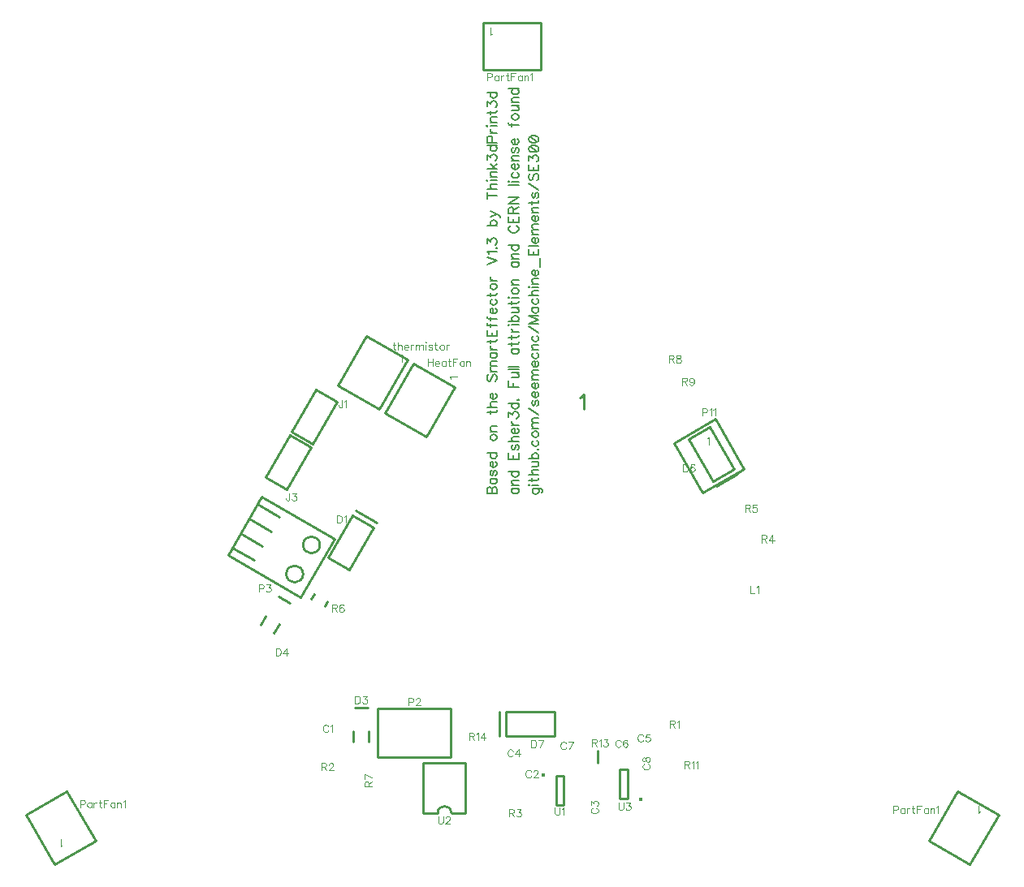
<source format=gbr>
G04 This is an RS-274x file exported by *
G04 gerbv version 2.6A *
G04 More information is available about gerbv at *
G04 http://gerbv.geda-project.org/ *
G04 --End of header info--*
%MOIN*%
%FSLAX34Y34*%
%IPPOS*%
G04 --Define apertures--*
%ADD10C,0.0100*%
%ADD11C,0.0154*%
%ADD12C,0.0046*%
%ADD13C,0.0124*%
%ADD14C,0.0062*%
%ADD15C,0.0093*%
G04 --Start main section--*
G54D10*
G01X0037853Y0043187D02*
G01X0036677Y0045224D01*
G01X0036677Y0045224D02*
G01X0038374Y0046204D01*
G01X0038374Y0046204D02*
G01X0039550Y0044167D01*
G01X0039550Y0044167D02*
G01X0037853Y0043187D01*
G01X0033561Y0032084D02*
G01X0033561Y0032596D01*
G01X0024372Y0041738D02*
G01X0023373Y0040006D01*
G01X0023373Y0040006D02*
G01X0022506Y0040506D01*
G01X0022506Y0040506D02*
G01X0023507Y0042238D01*
G01X0023507Y0042238D02*
G01X0024372Y0041738D01*
G01X0024498Y0041954D02*
G01X0023631Y0042454D01*
G01X0038289Y0043668D02*
G01X0037289Y0045400D01*
G01X0037289Y0045400D02*
G01X0038155Y0045900D01*
G01X0038155Y0045900D02*
G01X0039155Y0044168D01*
G01X0039155Y0044168D02*
G01X0038289Y0043668D01*
G01X0038414Y0043451D02*
G01X0039280Y0043951D01*
G01X0029776Y0034180D02*
G01X0031776Y0034180D01*
G01X0031776Y0034180D02*
G01X0031776Y0033180D01*
G01X0031776Y0033180D02*
G01X0029776Y0033180D01*
G01X0029776Y0033180D02*
G01X0029776Y0034180D01*
G01X0029526Y0034180D02*
G01X0029526Y0033180D01*
G01X0020980Y0045682D02*
G01X0021980Y0047414D01*
G01X0021980Y0047414D02*
G01X0022846Y0046914D01*
G01X0022846Y0046914D02*
G01X0021846Y0045181D01*
G01X0021846Y0045181D02*
G01X0020980Y0045682D01*
G01X0019916Y0043807D02*
G01X0020916Y0045539D01*
G01X0020916Y0045539D02*
G01X0021783Y0045039D01*
G01X0021783Y0045039D02*
G01X0020782Y0043307D01*
G01X0020782Y0043307D02*
G01X0019916Y0043807D01*
G01X0026454Y0034303D02*
G01X0024537Y0034303D01*
G01X0027537Y0034303D02*
G01X0024537Y0034303D01*
G01X0027537Y0032303D02*
G01X0024537Y0032303D01*
G01X0027537Y0034303D02*
G01X0027537Y0032303D01*
G01X0024537Y0034303D02*
G01X0024537Y0032303D01*
G01X0018385Y0040624D02*
G01X0019764Y0043012D01*
G01X0019764Y0043012D02*
G01X0022751Y0041287D01*
G01X0022751Y0041287D02*
G01X0021372Y0038898D01*
G01X0021372Y0038898D02*
G01X0018385Y0040624D01*
G01X0020775Y0039841D02*
G75*
G02X0020775Y0039841I0000345J0000000D01*
G01X0021465Y0041036D02*
G75*
G02X0021465Y0041036I0000345J0000000D01*
G01X0018557Y0040922D02*
G01X0019454Y0040405D01*
G01X0018902Y0041520D02*
G01X0019799Y0041002D01*
G01X0019247Y0042117D02*
G01X0020144Y0041600D01*
G01X0019592Y0042715D02*
G01X0020489Y0042197D01*
G01X0022877Y0047587D02*
G01X0024053Y0049624D01*
G01X0024053Y0049624D02*
G01X0025750Y0048644D01*
G01X0025750Y0048644D02*
G01X0024574Y0046607D01*
G01X0024574Y0046607D02*
G01X0022877Y0047587D01*
G01X0024814Y0046462D02*
G01X0025990Y0048499D01*
G01X0025990Y0048499D02*
G01X0027687Y0047519D01*
G01X0027687Y0047519D02*
G01X0026511Y0045482D01*
G01X0026511Y0045482D02*
G01X0024814Y0046462D01*
G01X0031217Y0060536D02*
G01X0028865Y0060536D01*
G01X0028865Y0060536D02*
G01X0028865Y0062496D01*
G01X0028865Y0062496D02*
G01X0031217Y0062496D01*
G01X0031217Y0062496D02*
G01X0031217Y0060536D01*
G01X0011772Y0030925D02*
G01X0012948Y0028888D01*
G01X0012948Y0028888D02*
G01X0011251Y0027908D01*
G01X0011251Y0027908D02*
G01X0010075Y0029945D01*
G01X0010075Y0029945D02*
G01X0011772Y0030925D01*
G01X0047142Y0028883D02*
G01X0048318Y0030920D01*
G01X0048318Y0030920D02*
G01X0050016Y0029940D01*
G01X0050016Y0029940D02*
G01X0048840Y0027903D01*
G01X0048840Y0027903D02*
G01X0047142Y0028883D01*
G01X0021924Y0039022D02*
G01X0021806Y0038818D01*
G01X0022469Y0038708D02*
G01X0022351Y0038504D01*
G54D11*
G01X0031308Y0031597D03*
G54D10*
G01X0031849Y0031544D02*
G01X0031849Y0030363D01*
G01X0032164Y0031544D02*
G01X0032164Y0030363D01*
G01X0031849Y0030363D02*
G01X0032164Y0030363D01*
G01X0031849Y0031544D02*
G01X0032164Y0031544D01*
G54D11*
G01X0035328Y0030572D03*
G54D10*
G01X0034787Y0030625D02*
G01X0034787Y0031806D01*
G01X0034472Y0030625D02*
G01X0034472Y0031806D01*
G01X0034787Y0031806D02*
G01X0034472Y0031806D01*
G01X0034787Y0030625D02*
G01X0034472Y0030625D01*
G01X0020926Y0038648D02*
G01X0020448Y0038924D01*
G01X0020483Y0037802D02*
G01X0020266Y0037427D01*
G01X0019937Y0038117D02*
G01X0019721Y0037742D01*
G01X0024125Y0034350D02*
G01X0023574Y0034350D01*
G01X0024164Y0033396D02*
G01X0024164Y0032963D01*
G01X0023535Y0033396D02*
G01X0023535Y0032963D01*
G01X0028134Y0030029D02*
G01X0028134Y0032076D01*
G01X0026402Y0030029D02*
G01X0026402Y0032076D01*
G01X0028134Y0032076D02*
G01X0026402Y0032076D01*
G01X0028134Y0030029D02*
G01X0027544Y0030029D01*
G01X0026992Y0030029D02*
G01X0026402Y0030029D01*
G01X0027544Y0030029D02*
G75*
G03X0026992Y0030029I-000276J0000000D01*
G54D12*
G01X0037848Y0046486D02*
G01X0037978Y0046486D01*
G01X0037978Y0046486D02*
G01X0038020Y0046500D01*
G01X0038020Y0046500D02*
G01X0038035Y0046515D01*
G01X0038035Y0046515D02*
G01X0038049Y0046543D01*
G01X0038049Y0046543D02*
G01X0038049Y0046586D01*
G01X0038049Y0046586D02*
G01X0038035Y0046615D01*
G01X0038035Y0046615D02*
G01X0038020Y0046629D01*
G01X0038020Y0046629D02*
G01X0037978Y0046644D01*
G01X0037978Y0046644D02*
G01X0037848Y0046644D01*
G01X0037848Y0046644D02*
G01X0037848Y0046342D01*
G01X0038142Y0046586D02*
G01X0038171Y0046601D01*
G01X0038171Y0046601D02*
G01X0038214Y0046643D01*
G01X0038214Y0046643D02*
G01X0038214Y0046342D01*
G01X0038306Y0046586D02*
G01X0038335Y0046601D01*
G01X0038335Y0046601D02*
G01X0038378Y0046643D01*
G01X0038378Y0046643D02*
G01X0038378Y0046342D01*
G01X0030822Y0031715D02*
G01X0030808Y0031743D01*
G01X0030808Y0031743D02*
G01X0030779Y0031772D01*
G01X0030779Y0031772D02*
G01X0030751Y0031786D01*
G01X0030751Y0031786D02*
G01X0030693Y0031786D01*
G01X0030693Y0031786D02*
G01X0030665Y0031772D01*
G01X0030665Y0031772D02*
G01X0030636Y0031743D01*
G01X0030636Y0031743D02*
G01X0030621Y0031715D01*
G01X0030621Y0031715D02*
G01X0030607Y0031672D01*
G01X0030607Y0031672D02*
G01X0030607Y0031600D01*
G01X0030607Y0031600D02*
G01X0030621Y0031557D01*
G01X0030621Y0031557D02*
G01X0030636Y0031528D01*
G01X0030636Y0031528D02*
G01X0030665Y0031500D01*
G01X0030665Y0031500D02*
G01X0030693Y0031485D01*
G01X0030693Y0031485D02*
G01X0030751Y0031485D01*
G01X0030751Y0031485D02*
G01X0030779Y0031500D01*
G01X0030779Y0031500D02*
G01X0030808Y0031528D01*
G01X0030808Y0031528D02*
G01X0030822Y0031557D01*
G01X0030930Y0031714D02*
G01X0030930Y0031729D01*
G01X0030930Y0031729D02*
G01X0030944Y0031758D01*
G01X0030944Y0031758D02*
G01X0030958Y0031772D01*
G01X0030958Y0031772D02*
G01X0030987Y0031786D01*
G01X0030987Y0031786D02*
G01X0031044Y0031786D01*
G01X0031044Y0031786D02*
G01X0031073Y0031772D01*
G01X0031073Y0031772D02*
G01X0031087Y0031758D01*
G01X0031087Y0031758D02*
G01X0031102Y0031729D01*
G01X0031102Y0031729D02*
G01X0031102Y0031700D01*
G01X0031102Y0031700D02*
G01X0031087Y0031671D01*
G01X0031087Y0031671D02*
G01X0031059Y0031629D01*
G01X0031059Y0031629D02*
G01X0030915Y0031485D01*
G01X0030915Y0031485D02*
G01X0031116Y0031485D01*
G01X0033345Y0030224D02*
G01X0033317Y0030210D01*
G01X0033317Y0030210D02*
G01X0033288Y0030181D01*
G01X0033288Y0030181D02*
G01X0033274Y0030152D01*
G01X0033274Y0030152D02*
G01X0033274Y0030095D01*
G01X0033274Y0030095D02*
G01X0033288Y0030066D01*
G01X0033288Y0030066D02*
G01X0033317Y0030038D01*
G01X0033317Y0030038D02*
G01X0033345Y0030023D01*
G01X0033345Y0030023D02*
G01X0033389Y0030009D01*
G01X0033389Y0030009D02*
G01X0033461Y0030009D01*
G01X0033461Y0030009D02*
G01X0033503Y0030023D01*
G01X0033503Y0030023D02*
G01X0033532Y0030038D01*
G01X0033532Y0030038D02*
G01X0033561Y0030066D01*
G01X0033561Y0030066D02*
G01X0033575Y0030095D01*
G01X0033575Y0030095D02*
G01X0033575Y0030152D01*
G01X0033575Y0030152D02*
G01X0033561Y0030181D01*
G01X0033561Y0030181D02*
G01X0033532Y0030210D01*
G01X0033532Y0030210D02*
G01X0033503Y0030224D01*
G01X0033274Y0030345D02*
G01X0033274Y0030503D01*
G01X0033274Y0030503D02*
G01X0033389Y0030417D01*
G01X0033389Y0030417D02*
G01X0033389Y0030460D01*
G01X0033389Y0030460D02*
G01X0033403Y0030489D01*
G01X0033403Y0030489D02*
G01X0033417Y0030503D01*
G01X0033417Y0030503D02*
G01X0033461Y0030518D01*
G01X0033461Y0030518D02*
G01X0033489Y0030518D01*
G01X0033489Y0030518D02*
G01X0033532Y0030503D01*
G01X0033532Y0030503D02*
G01X0033561Y0030474D01*
G01X0033561Y0030474D02*
G01X0033575Y0030431D01*
G01X0033575Y0030431D02*
G01X0033575Y0030388D01*
G01X0033575Y0030388D02*
G01X0033561Y0030345D01*
G01X0033561Y0030345D02*
G01X0033546Y0030331D01*
G01X0033546Y0030331D02*
G01X0033518Y0030317D01*
G01X0030075Y0032567D02*
G01X0030061Y0032596D01*
G01X0030061Y0032596D02*
G01X0030032Y0032625D01*
G01X0030032Y0032625D02*
G01X0030004Y0032639D01*
G01X0030004Y0032639D02*
G01X0029946Y0032639D01*
G01X0029946Y0032639D02*
G01X0029917Y0032625D01*
G01X0029917Y0032625D02*
G01X0029889Y0032596D01*
G01X0029889Y0032596D02*
G01X0029874Y0032567D01*
G01X0029874Y0032567D02*
G01X0029860Y0032524D01*
G01X0029860Y0032524D02*
G01X0029860Y0032452D01*
G01X0029860Y0032452D02*
G01X0029874Y0032409D01*
G01X0029874Y0032409D02*
G01X0029889Y0032381D01*
G01X0029889Y0032381D02*
G01X0029917Y0032352D01*
G01X0029917Y0032352D02*
G01X0029946Y0032337D01*
G01X0029946Y0032337D02*
G01X0030004Y0032337D01*
G01X0030004Y0032337D02*
G01X0030032Y0032352D01*
G01X0030032Y0032352D02*
G01X0030061Y0032381D01*
G01X0030061Y0032381D02*
G01X0030075Y0032409D01*
G01X0030312Y0032337D02*
G01X0030312Y0032639D01*
G01X0030312Y0032639D02*
G01X0030168Y0032438D01*
G01X0030168Y0032438D02*
G01X0030383Y0032438D01*
G01X0035422Y0033188D02*
G01X0035408Y0033217D01*
G01X0035408Y0033217D02*
G01X0035379Y0033246D01*
G01X0035379Y0033246D02*
G01X0035351Y0033260D01*
G01X0035351Y0033260D02*
G01X0035293Y0033260D01*
G01X0035293Y0033260D02*
G01X0035264Y0033246D01*
G01X0035264Y0033246D02*
G01X0035236Y0033217D01*
G01X0035236Y0033217D02*
G01X0035221Y0033188D01*
G01X0035221Y0033188D02*
G01X0035207Y0033145D01*
G01X0035207Y0033145D02*
G01X0035207Y0033073D01*
G01X0035207Y0033073D02*
G01X0035221Y0033031D01*
G01X0035221Y0033031D02*
G01X0035236Y0033002D01*
G01X0035236Y0033002D02*
G01X0035264Y0032973D01*
G01X0035264Y0032973D02*
G01X0035293Y0032959D01*
G01X0035293Y0032959D02*
G01X0035351Y0032959D01*
G01X0035351Y0032959D02*
G01X0035379Y0032973D01*
G01X0035379Y0032973D02*
G01X0035408Y0033002D01*
G01X0035408Y0033002D02*
G01X0035422Y0033031D01*
G01X0035687Y0033260D02*
G01X0035544Y0033260D01*
G01X0035544Y0033260D02*
G01X0035529Y0033131D01*
G01X0035529Y0033131D02*
G01X0035544Y0033145D01*
G01X0035544Y0033145D02*
G01X0035587Y0033160D01*
G01X0035587Y0033160D02*
G01X0035630Y0033160D01*
G01X0035630Y0033160D02*
G01X0035673Y0033145D01*
G01X0035673Y0033145D02*
G01X0035702Y0033116D01*
G01X0035702Y0033116D02*
G01X0035716Y0033073D01*
G01X0035716Y0033073D02*
G01X0035716Y0033045D01*
G01X0035716Y0033045D02*
G01X0035702Y0033002D01*
G01X0035702Y0033002D02*
G01X0035673Y0032973D01*
G01X0035673Y0032973D02*
G01X0035630Y0032959D01*
G01X0035630Y0032959D02*
G01X0035587Y0032959D01*
G01X0035587Y0032959D02*
G01X0035544Y0032973D01*
G01X0035544Y0032973D02*
G01X0035529Y0032987D01*
G01X0035529Y0032987D02*
G01X0035515Y0033016D01*
G01X0034508Y0032963D02*
G01X0034494Y0032992D01*
G01X0034494Y0032992D02*
G01X0034465Y0033021D01*
G01X0034465Y0033021D02*
G01X0034436Y0033035D01*
G01X0034436Y0033035D02*
G01X0034379Y0033035D01*
G01X0034379Y0033035D02*
G01X0034350Y0033021D01*
G01X0034350Y0033021D02*
G01X0034321Y0032992D01*
G01X0034321Y0032992D02*
G01X0034307Y0032963D01*
G01X0034307Y0032963D02*
G01X0034293Y0032920D01*
G01X0034293Y0032920D02*
G01X0034293Y0032848D01*
G01X0034293Y0032848D02*
G01X0034307Y0032805D01*
G01X0034307Y0032805D02*
G01X0034321Y0032776D01*
G01X0034321Y0032776D02*
G01X0034350Y0032748D01*
G01X0034350Y0032748D02*
G01X0034379Y0032733D01*
G01X0034379Y0032733D02*
G01X0034436Y0032733D01*
G01X0034436Y0032733D02*
G01X0034465Y0032748D01*
G01X0034465Y0032748D02*
G01X0034494Y0032776D01*
G01X0034494Y0032776D02*
G01X0034508Y0032805D01*
G01X0034773Y0032992D02*
G01X0034758Y0033020D01*
G01X0034758Y0033020D02*
G01X0034715Y0033034D01*
G01X0034715Y0033034D02*
G01X0034687Y0033034D01*
G01X0034687Y0033034D02*
G01X0034644Y0033020D01*
G01X0034644Y0033020D02*
G01X0034615Y0032977D01*
G01X0034615Y0032977D02*
G01X0034600Y0032905D01*
G01X0034600Y0032905D02*
G01X0034600Y0032834D01*
G01X0034600Y0032834D02*
G01X0034615Y0032776D01*
G01X0034615Y0032776D02*
G01X0034644Y0032748D01*
G01X0034644Y0032748D02*
G01X0034687Y0032733D01*
G01X0034687Y0032733D02*
G01X0034701Y0032733D01*
G01X0034701Y0032733D02*
G01X0034744Y0032748D01*
G01X0034744Y0032748D02*
G01X0034773Y0032776D01*
G01X0034773Y0032776D02*
G01X0034787Y0032820D01*
G01X0034787Y0032820D02*
G01X0034787Y0032834D01*
G01X0034787Y0032834D02*
G01X0034773Y0032877D01*
G01X0034773Y0032877D02*
G01X0034744Y0032905D01*
G01X0034744Y0032905D02*
G01X0034701Y0032920D01*
G01X0034701Y0032920D02*
G01X0034687Y0032920D01*
G01X0034687Y0032920D02*
G01X0034644Y0032905D01*
G01X0034644Y0032905D02*
G01X0034615Y0032877D01*
G01X0034615Y0032877D02*
G01X0034600Y0032834D01*
G01X0032256Y0032878D02*
G01X0032241Y0032906D01*
G01X0032241Y0032906D02*
G01X0032213Y0032935D01*
G01X0032213Y0032935D02*
G01X0032184Y0032949D01*
G01X0032184Y0032949D02*
G01X0032127Y0032949D01*
G01X0032127Y0032949D02*
G01X0032098Y0032935D01*
G01X0032098Y0032935D02*
G01X0032069Y0032906D01*
G01X0032069Y0032906D02*
G01X0032055Y0032878D01*
G01X0032055Y0032878D02*
G01X0032040Y0032835D01*
G01X0032040Y0032835D02*
G01X0032040Y0032763D01*
G01X0032040Y0032763D02*
G01X0032055Y0032720D01*
G01X0032055Y0032720D02*
G01X0032069Y0032691D01*
G01X0032069Y0032691D02*
G01X0032098Y0032662D01*
G01X0032098Y0032662D02*
G01X0032127Y0032648D01*
G01X0032127Y0032648D02*
G01X0032184Y0032648D01*
G01X0032184Y0032648D02*
G01X0032213Y0032662D01*
G01X0032213Y0032662D02*
G01X0032241Y0032691D01*
G01X0032241Y0032691D02*
G01X0032256Y0032720D01*
G01X0032406Y0032648D02*
G01X0032549Y0032949D01*
G01X0032549Y0032949D02*
G01X0032348Y0032949D01*
G01X0035472Y0032036D02*
G01X0035444Y0032022D01*
G01X0035444Y0032022D02*
G01X0035415Y0031993D01*
G01X0035415Y0031993D02*
G01X0035401Y0031964D01*
G01X0035401Y0031964D02*
G01X0035401Y0031907D01*
G01X0035401Y0031907D02*
G01X0035415Y0031878D01*
G01X0035415Y0031878D02*
G01X0035444Y0031849D01*
G01X0035444Y0031849D02*
G01X0035472Y0031835D01*
G01X0035472Y0031835D02*
G01X0035516Y0031821D01*
G01X0035516Y0031821D02*
G01X0035588Y0031821D01*
G01X0035588Y0031821D02*
G01X0035630Y0031835D01*
G01X0035630Y0031835D02*
G01X0035659Y0031849D01*
G01X0035659Y0031849D02*
G01X0035688Y0031878D01*
G01X0035688Y0031878D02*
G01X0035702Y0031907D01*
G01X0035702Y0031907D02*
G01X0035702Y0031964D01*
G01X0035702Y0031964D02*
G01X0035688Y0031993D01*
G01X0035688Y0031993D02*
G01X0035659Y0032022D01*
G01X0035659Y0032022D02*
G01X0035630Y0032036D01*
G01X0035401Y0032200D02*
G01X0035415Y0032157D01*
G01X0035415Y0032157D02*
G01X0035444Y0032143D01*
G01X0035444Y0032143D02*
G01X0035473Y0032143D01*
G01X0035473Y0032143D02*
G01X0035501Y0032157D01*
G01X0035501Y0032157D02*
G01X0035516Y0032186D01*
G01X0035516Y0032186D02*
G01X0035530Y0032243D01*
G01X0035530Y0032243D02*
G01X0035544Y0032286D01*
G01X0035544Y0032286D02*
G01X0035573Y0032315D01*
G01X0035573Y0032315D02*
G01X0035602Y0032329D01*
G01X0035602Y0032329D02*
G01X0035645Y0032329D01*
G01X0035645Y0032329D02*
G01X0035673Y0032315D01*
G01X0035673Y0032315D02*
G01X0035688Y0032301D01*
G01X0035688Y0032301D02*
G01X0035702Y0032257D01*
G01X0035702Y0032257D02*
G01X0035702Y0032200D01*
G01X0035702Y0032200D02*
G01X0035688Y0032157D01*
G01X0035688Y0032157D02*
G01X0035673Y0032143D01*
G01X0035673Y0032143D02*
G01X0035645Y0032128D01*
G01X0035645Y0032128D02*
G01X0035602Y0032128D01*
G01X0035602Y0032128D02*
G01X0035573Y0032143D01*
G01X0035573Y0032143D02*
G01X0035544Y0032172D01*
G01X0035544Y0032172D02*
G01X0035530Y0032214D01*
G01X0035530Y0032214D02*
G01X0035516Y0032272D01*
G01X0035516Y0032272D02*
G01X0035501Y0032301D01*
G01X0035501Y0032301D02*
G01X0035473Y0032315D01*
G01X0035473Y0032315D02*
G01X0035444Y0032315D01*
G01X0035444Y0032315D02*
G01X0035415Y0032301D01*
G01X0035415Y0032301D02*
G01X0035401Y0032257D01*
G01X0035401Y0032257D02*
G01X0035401Y0032200D01*
G01X0022857Y0042246D02*
G01X0022857Y0041945D01*
G01X0022857Y0041945D02*
G01X0022958Y0041945D01*
G01X0022958Y0041945D02*
G01X0023001Y0041960D01*
G01X0023001Y0041960D02*
G01X0023030Y0041988D01*
G01X0023030Y0041988D02*
G01X0023044Y0042017D01*
G01X0023044Y0042017D02*
G01X0023058Y0042060D01*
G01X0023058Y0042060D02*
G01X0023058Y0042132D01*
G01X0023058Y0042132D02*
G01X0023044Y0042175D01*
G01X0023044Y0042175D02*
G01X0023030Y0042203D01*
G01X0023030Y0042203D02*
G01X0023001Y0042232D01*
G01X0023001Y0042232D02*
G01X0022958Y0042246D01*
G01X0022958Y0042246D02*
G01X0022857Y0042246D01*
G01X0023151Y0042189D02*
G01X0023180Y0042203D01*
G01X0023180Y0042203D02*
G01X0023223Y0042246D01*
G01X0023223Y0042246D02*
G01X0023223Y0041945D01*
G01X0037067Y0044353D02*
G01X0037067Y0044052D01*
G01X0037067Y0044052D02*
G01X0037168Y0044052D01*
G01X0037168Y0044052D02*
G01X0037211Y0044066D01*
G01X0037211Y0044066D02*
G01X0037240Y0044095D01*
G01X0037240Y0044095D02*
G01X0037254Y0044124D01*
G01X0037254Y0044124D02*
G01X0037268Y0044166D01*
G01X0037268Y0044166D02*
G01X0037268Y0044238D01*
G01X0037268Y0044238D02*
G01X0037254Y0044282D01*
G01X0037254Y0044282D02*
G01X0037240Y0044310D01*
G01X0037240Y0044310D02*
G01X0037211Y0044339D01*
G01X0037211Y0044339D02*
G01X0037168Y0044353D01*
G01X0037168Y0044353D02*
G01X0037067Y0044353D01*
G01X0037533Y0044310D02*
G01X0037519Y0044339D01*
G01X0037519Y0044339D02*
G01X0037475Y0044353D01*
G01X0037475Y0044353D02*
G01X0037447Y0044353D01*
G01X0037447Y0044353D02*
G01X0037404Y0044339D01*
G01X0037404Y0044339D02*
G01X0037375Y0044295D01*
G01X0037375Y0044295D02*
G01X0037361Y0044224D01*
G01X0037361Y0044224D02*
G01X0037361Y0044152D01*
G01X0037361Y0044152D02*
G01X0037375Y0044095D01*
G01X0037375Y0044095D02*
G01X0037404Y0044066D01*
G01X0037404Y0044066D02*
G01X0037447Y0044052D01*
G01X0037447Y0044052D02*
G01X0037461Y0044052D01*
G01X0037461Y0044052D02*
G01X0037504Y0044066D01*
G01X0037504Y0044066D02*
G01X0037533Y0044095D01*
G01X0037533Y0044095D02*
G01X0037547Y0044138D01*
G01X0037547Y0044138D02*
G01X0037547Y0044152D01*
G01X0037547Y0044152D02*
G01X0037533Y0044195D01*
G01X0037533Y0044195D02*
G01X0037504Y0044224D01*
G01X0037504Y0044224D02*
G01X0037461Y0044238D01*
G01X0037461Y0044238D02*
G01X0037447Y0044238D01*
G01X0037447Y0044238D02*
G01X0037404Y0044224D01*
G01X0037404Y0044224D02*
G01X0037375Y0044195D01*
G01X0037375Y0044195D02*
G01X0037361Y0044152D01*
G01X0030834Y0033019D02*
G01X0030834Y0032718D01*
G01X0030834Y0032718D02*
G01X0030935Y0032718D01*
G01X0030935Y0032718D02*
G01X0030978Y0032732D01*
G01X0030978Y0032732D02*
G01X0031007Y0032761D01*
G01X0031007Y0032761D02*
G01X0031021Y0032789D01*
G01X0031021Y0032789D02*
G01X0031035Y0032832D01*
G01X0031035Y0032832D02*
G01X0031035Y0032904D01*
G01X0031035Y0032904D02*
G01X0031021Y0032947D01*
G01X0031021Y0032947D02*
G01X0031007Y0032976D01*
G01X0031007Y0032976D02*
G01X0030978Y0033005D01*
G01X0030978Y0033005D02*
G01X0030935Y0033019D01*
G01X0030935Y0033019D02*
G01X0030834Y0033019D01*
G01X0031185Y0032718D02*
G01X0031329Y0033019D01*
G01X0031329Y0033019D02*
G01X0031128Y0033019D01*
G01X0023070Y0046985D02*
G01X0023070Y0046756D01*
G01X0023070Y0046756D02*
G01X0023055Y0046713D01*
G01X0023055Y0046713D02*
G01X0023041Y0046698D01*
G01X0023041Y0046698D02*
G01X0023012Y0046684D01*
G01X0023012Y0046684D02*
G01X0022983Y0046684D01*
G01X0022983Y0046684D02*
G01X0022955Y0046698D01*
G01X0022955Y0046698D02*
G01X0022941Y0046713D01*
G01X0022941Y0046713D02*
G01X0022926Y0046756D01*
G01X0022926Y0046756D02*
G01X0022926Y0046784D01*
G01X0023162Y0046927D02*
G01X0023191Y0046942D01*
G01X0023191Y0046942D02*
G01X0023234Y0046985D01*
G01X0023234Y0046985D02*
G01X0023234Y0046684D01*
G01X0020907Y0043161D02*
G01X0020907Y0042931D01*
G01X0020907Y0042931D02*
G01X0020893Y0042888D01*
G01X0020893Y0042888D02*
G01X0020878Y0042874D01*
G01X0020878Y0042874D02*
G01X0020850Y0042859D01*
G01X0020850Y0042859D02*
G01X0020821Y0042859D01*
G01X0020821Y0042859D02*
G01X0020792Y0042874D01*
G01X0020792Y0042874D02*
G01X0020778Y0042888D01*
G01X0020778Y0042888D02*
G01X0020764Y0042931D01*
G01X0020764Y0042931D02*
G01X0020764Y0042960D01*
G01X0021029Y0043160D02*
G01X0021186Y0043160D01*
G01X0021186Y0043160D02*
G01X0021100Y0043046D01*
G01X0021100Y0043046D02*
G01X0021143Y0043046D01*
G01X0021143Y0043046D02*
G01X0021172Y0043031D01*
G01X0021172Y0043031D02*
G01X0021186Y0043017D01*
G01X0021186Y0043017D02*
G01X0021201Y0042974D01*
G01X0021201Y0042974D02*
G01X0021201Y0042945D01*
G01X0021201Y0042945D02*
G01X0021186Y0042902D01*
G01X0021186Y0042902D02*
G01X0021158Y0042873D01*
G01X0021158Y0042873D02*
G01X0021115Y0042859D01*
G01X0021115Y0042859D02*
G01X0021071Y0042859D01*
G01X0021071Y0042859D02*
G01X0021029Y0042873D01*
G01X0021029Y0042873D02*
G01X0021014Y0042888D01*
G01X0021014Y0042888D02*
G01X0021000Y0042917D01*
G01X0025790Y0034584D02*
G01X0025919Y0034584D01*
G01X0025919Y0034584D02*
G01X0025962Y0034598D01*
G01X0025962Y0034598D02*
G01X0025976Y0034613D01*
G01X0025976Y0034613D02*
G01X0025991Y0034642D01*
G01X0025991Y0034642D02*
G01X0025991Y0034685D01*
G01X0025991Y0034685D02*
G01X0025976Y0034713D01*
G01X0025976Y0034713D02*
G01X0025962Y0034728D01*
G01X0025962Y0034728D02*
G01X0025919Y0034742D01*
G01X0025919Y0034742D02*
G01X0025790Y0034742D01*
G01X0025790Y0034742D02*
G01X0025790Y0034441D01*
G01X0026098Y0034670D02*
G01X0026098Y0034684D01*
G01X0026098Y0034684D02*
G01X0026112Y0034713D01*
G01X0026112Y0034713D02*
G01X0026126Y0034727D01*
G01X0026126Y0034727D02*
G01X0026155Y0034742D01*
G01X0026155Y0034742D02*
G01X0026213Y0034742D01*
G01X0026213Y0034742D02*
G01X0026241Y0034727D01*
G01X0026241Y0034727D02*
G01X0026255Y0034713D01*
G01X0026255Y0034713D02*
G01X0026270Y0034684D01*
G01X0026270Y0034684D02*
G01X0026270Y0034656D01*
G01X0026270Y0034656D02*
G01X0026255Y0034627D01*
G01X0026255Y0034627D02*
G01X0026227Y0034584D01*
G01X0026227Y0034584D02*
G01X0026083Y0034441D01*
G01X0026083Y0034441D02*
G01X0026284Y0034441D01*
G01X0019650Y0039247D02*
G01X0019780Y0039247D01*
G01X0019780Y0039247D02*
G01X0019822Y0039262D01*
G01X0019822Y0039262D02*
G01X0019837Y0039276D01*
G01X0019837Y0039276D02*
G01X0019851Y0039305D01*
G01X0019851Y0039305D02*
G01X0019851Y0039348D01*
G01X0019851Y0039348D02*
G01X0019837Y0039376D01*
G01X0019837Y0039376D02*
G01X0019822Y0039391D01*
G01X0019822Y0039391D02*
G01X0019780Y0039405D01*
G01X0019780Y0039405D02*
G01X0019650Y0039405D01*
G01X0019650Y0039405D02*
G01X0019650Y0039104D01*
G01X0019973Y0039405D02*
G01X0020130Y0039405D01*
G01X0020130Y0039405D02*
G01X0020044Y0039290D01*
G01X0020044Y0039290D02*
G01X0020087Y0039290D01*
G01X0020087Y0039290D02*
G01X0020116Y0039276D01*
G01X0020116Y0039276D02*
G01X0020130Y0039262D01*
G01X0020130Y0039262D02*
G01X0020145Y0039219D01*
G01X0020145Y0039219D02*
G01X0020145Y0039190D01*
G01X0020145Y0039190D02*
G01X0020130Y0039147D01*
G01X0020130Y0039147D02*
G01X0020102Y0039118D01*
G01X0020102Y0039118D02*
G01X0020059Y0039104D01*
G01X0020059Y0039104D02*
G01X0020016Y0039104D01*
G01X0020016Y0039104D02*
G01X0019973Y0039118D01*
G01X0019973Y0039118D02*
G01X0019958Y0039133D01*
G01X0019958Y0039133D02*
G01X0019944Y0039161D01*
G01X0025195Y0049355D02*
G01X0025195Y0049111D01*
G01X0025195Y0049111D02*
G01X0025209Y0049068D01*
G01X0025209Y0049068D02*
G01X0025238Y0049054D01*
G01X0025238Y0049054D02*
G01X0025266Y0049054D01*
G01X0025152Y0049254D02*
G01X0025252Y0049254D01*
G01X0025359Y0049355D02*
G01X0025359Y0049054D01*
G01X0025359Y0049197D02*
G01X0025402Y0049240D01*
G01X0025402Y0049240D02*
G01X0025431Y0049254D01*
G01X0025431Y0049254D02*
G01X0025474Y0049254D01*
G01X0025474Y0049254D02*
G01X0025503Y0049240D01*
G01X0025503Y0049240D02*
G01X0025517Y0049197D01*
G01X0025517Y0049197D02*
G01X0025517Y0049054D01*
G01X0025609Y0049168D02*
G01X0025782Y0049168D01*
G01X0025782Y0049168D02*
G01X0025782Y0049197D01*
G01X0025782Y0049197D02*
G01X0025767Y0049226D01*
G01X0025767Y0049226D02*
G01X0025753Y0049240D01*
G01X0025753Y0049240D02*
G01X0025724Y0049254D01*
G01X0025724Y0049254D02*
G01X0025681Y0049254D01*
G01X0025681Y0049254D02*
G01X0025652Y0049240D01*
G01X0025652Y0049240D02*
G01X0025624Y0049211D01*
G01X0025624Y0049211D02*
G01X0025609Y0049168D01*
G01X0025609Y0049168D02*
G01X0025609Y0049140D01*
G01X0025609Y0049140D02*
G01X0025624Y0049097D01*
G01X0025624Y0049097D02*
G01X0025652Y0049068D01*
G01X0025652Y0049068D02*
G01X0025681Y0049054D01*
G01X0025681Y0049054D02*
G01X0025724Y0049054D01*
G01X0025724Y0049054D02*
G01X0025753Y0049068D01*
G01X0025753Y0049068D02*
G01X0025782Y0049097D01*
G01X0025874Y0049254D02*
G01X0025874Y0049054D01*
G01X0025874Y0049168D02*
G01X0025889Y0049211D01*
G01X0025889Y0049211D02*
G01X0025917Y0049240D01*
G01X0025917Y0049240D02*
G01X0025946Y0049254D01*
G01X0025946Y0049254D02*
G01X0025989Y0049254D01*
G01X0026082Y0049254D02*
G01X0026082Y0049054D01*
G01X0026082Y0049197D02*
G01X0026125Y0049240D01*
G01X0026125Y0049240D02*
G01X0026154Y0049254D01*
G01X0026154Y0049254D02*
G01X0026197Y0049254D01*
G01X0026197Y0049254D02*
G01X0026225Y0049240D01*
G01X0026225Y0049240D02*
G01X0026240Y0049197D01*
G01X0026240Y0049197D02*
G01X0026240Y0049054D01*
G01X0026240Y0049197D02*
G01X0026283Y0049240D01*
G01X0026283Y0049240D02*
G01X0026312Y0049254D01*
G01X0026312Y0049254D02*
G01X0026354Y0049254D01*
G01X0026354Y0049254D02*
G01X0026383Y0049240D01*
G01X0026383Y0049240D02*
G01X0026398Y0049197D01*
G01X0026398Y0049197D02*
G01X0026398Y0049054D01*
G01X0026491Y0049355D02*
G01X0026505Y0049341D01*
G01X0026505Y0049341D02*
G01X0026519Y0049355D01*
G01X0026519Y0049355D02*
G01X0026505Y0049370D01*
G01X0026505Y0049370D02*
G01X0026491Y0049355D01*
G01X0026505Y0049254D02*
G01X0026505Y0049054D01*
G01X0026770Y0049211D02*
G01X0026756Y0049240D01*
G01X0026756Y0049240D02*
G01X0026712Y0049254D01*
G01X0026712Y0049254D02*
G01X0026669Y0049254D01*
G01X0026669Y0049254D02*
G01X0026626Y0049240D01*
G01X0026626Y0049240D02*
G01X0026612Y0049211D01*
G01X0026612Y0049211D02*
G01X0026626Y0049183D01*
G01X0026626Y0049183D02*
G01X0026655Y0049168D01*
G01X0026655Y0049168D02*
G01X0026727Y0049154D01*
G01X0026727Y0049154D02*
G01X0026756Y0049140D01*
G01X0026756Y0049140D02*
G01X0026770Y0049111D01*
G01X0026770Y0049111D02*
G01X0026770Y0049097D01*
G01X0026770Y0049097D02*
G01X0026756Y0049068D01*
G01X0026756Y0049068D02*
G01X0026712Y0049054D01*
G01X0026712Y0049054D02*
G01X0026669Y0049054D01*
G01X0026669Y0049054D02*
G01X0026626Y0049068D01*
G01X0026626Y0049068D02*
G01X0026612Y0049097D01*
G01X0026906Y0049355D02*
G01X0026906Y0049111D01*
G01X0026906Y0049111D02*
G01X0026920Y0049068D01*
G01X0026920Y0049068D02*
G01X0026949Y0049054D01*
G01X0026949Y0049054D02*
G01X0026977Y0049054D01*
G01X0026862Y0049254D02*
G01X0026963Y0049254D01*
G01X0027141Y0049254D02*
G01X0027113Y0049240D01*
G01X0027113Y0049240D02*
G01X0027084Y0049211D01*
G01X0027084Y0049211D02*
G01X0027070Y0049168D01*
G01X0027070Y0049168D02*
G01X0027070Y0049140D01*
G01X0027070Y0049140D02*
G01X0027084Y0049097D01*
G01X0027084Y0049097D02*
G01X0027113Y0049068D01*
G01X0027113Y0049068D02*
G01X0027141Y0049054D01*
G01X0027141Y0049054D02*
G01X0027185Y0049054D01*
G01X0027185Y0049054D02*
G01X0027213Y0049068D01*
G01X0027213Y0049068D02*
G01X0027242Y0049097D01*
G01X0027242Y0049097D02*
G01X0027257Y0049140D01*
G01X0027257Y0049140D02*
G01X0027257Y0049168D01*
G01X0027257Y0049168D02*
G01X0027242Y0049211D01*
G01X0027242Y0049211D02*
G01X0027213Y0049240D01*
G01X0027213Y0049240D02*
G01X0027185Y0049254D01*
G01X0027185Y0049254D02*
G01X0027141Y0049254D01*
G01X0027349Y0049254D02*
G01X0027349Y0049054D01*
G01X0027349Y0049168D02*
G01X0027364Y0049211D01*
G01X0027364Y0049211D02*
G01X0027392Y0049240D01*
G01X0027392Y0049240D02*
G01X0027421Y0049254D01*
G01X0027421Y0049254D02*
G01X0027464Y0049254D01*
G01X0026588Y0048686D02*
G01X0026588Y0048384D01*
G01X0026789Y0048686D02*
G01X0026789Y0048384D01*
G01X0026588Y0048542D02*
G01X0026789Y0048542D01*
G01X0026882Y0048499D02*
G01X0027054Y0048499D01*
G01X0027054Y0048499D02*
G01X0027054Y0048528D01*
G01X0027054Y0048528D02*
G01X0027040Y0048557D01*
G01X0027040Y0048557D02*
G01X0027025Y0048571D01*
G01X0027025Y0048571D02*
G01X0026997Y0048585D01*
G01X0026997Y0048585D02*
G01X0026953Y0048585D01*
G01X0026953Y0048585D02*
G01X0026925Y0048571D01*
G01X0026925Y0048571D02*
G01X0026896Y0048542D01*
G01X0026896Y0048542D02*
G01X0026882Y0048499D01*
G01X0026882Y0048499D02*
G01X0026882Y0048471D01*
G01X0026882Y0048471D02*
G01X0026896Y0048427D01*
G01X0026896Y0048427D02*
G01X0026925Y0048399D01*
G01X0026925Y0048399D02*
G01X0026953Y0048384D01*
G01X0026953Y0048384D02*
G01X0026997Y0048384D01*
G01X0026997Y0048384D02*
G01X0027025Y0048399D01*
G01X0027025Y0048399D02*
G01X0027054Y0048427D01*
G01X0027319Y0048585D02*
G01X0027319Y0048384D01*
G01X0027319Y0048542D02*
G01X0027290Y0048571D01*
G01X0027290Y0048571D02*
G01X0027261Y0048585D01*
G01X0027261Y0048585D02*
G01X0027219Y0048585D01*
G01X0027219Y0048585D02*
G01X0027190Y0048571D01*
G01X0027190Y0048571D02*
G01X0027161Y0048542D01*
G01X0027161Y0048542D02*
G01X0027147Y0048499D01*
G01X0027147Y0048499D02*
G01X0027147Y0048471D01*
G01X0027147Y0048471D02*
G01X0027161Y0048427D01*
G01X0027161Y0048427D02*
G01X0027190Y0048399D01*
G01X0027190Y0048399D02*
G01X0027219Y0048384D01*
G01X0027219Y0048384D02*
G01X0027261Y0048384D01*
G01X0027261Y0048384D02*
G01X0027290Y0048399D01*
G01X0027290Y0048399D02*
G01X0027319Y0048427D01*
G01X0027454Y0048686D02*
G01X0027454Y0048442D01*
G01X0027454Y0048442D02*
G01X0027469Y0048399D01*
G01X0027469Y0048399D02*
G01X0027498Y0048384D01*
G01X0027498Y0048384D02*
G01X0027526Y0048384D01*
G01X0027411Y0048585D02*
G01X0027512Y0048585D01*
G01X0027805Y0048686D02*
G01X0027619Y0048686D01*
G01X0027619Y0048686D02*
G01X0027619Y0048384D01*
G01X0027619Y0048542D02*
G01X0027733Y0048542D01*
G01X0028070Y0048585D02*
G01X0028070Y0048384D01*
G01X0028070Y0048542D02*
G01X0028042Y0048571D01*
G01X0028042Y0048571D02*
G01X0028013Y0048585D01*
G01X0028013Y0048585D02*
G01X0027970Y0048585D01*
G01X0027970Y0048585D02*
G01X0027941Y0048571D01*
G01X0027941Y0048571D02*
G01X0027913Y0048542D01*
G01X0027913Y0048542D02*
G01X0027898Y0048499D01*
G01X0027898Y0048499D02*
G01X0027898Y0048471D01*
G01X0027898Y0048471D02*
G01X0027913Y0048427D01*
G01X0027913Y0048427D02*
G01X0027941Y0048399D01*
G01X0027941Y0048399D02*
G01X0027970Y0048384D01*
G01X0027970Y0048384D02*
G01X0028013Y0048384D01*
G01X0028013Y0048384D02*
G01X0028042Y0048399D01*
G01X0028042Y0048399D02*
G01X0028070Y0048427D01*
G01X0028163Y0048585D02*
G01X0028163Y0048384D01*
G01X0028163Y0048528D02*
G01X0028206Y0048571D01*
G01X0028206Y0048571D02*
G01X0028235Y0048585D01*
G01X0028235Y0048585D02*
G01X0028277Y0048585D01*
G01X0028277Y0048585D02*
G01X0028306Y0048571D01*
G01X0028306Y0048571D02*
G01X0028321Y0048528D01*
G01X0028321Y0048528D02*
G01X0028321Y0048384D01*
G01X0029031Y0060257D02*
G01X0029161Y0060257D01*
G01X0029161Y0060257D02*
G01X0029204Y0060271D01*
G01X0029204Y0060271D02*
G01X0029218Y0060285D01*
G01X0029218Y0060285D02*
G01X0029232Y0060314D01*
G01X0029232Y0060314D02*
G01X0029232Y0060357D01*
G01X0029232Y0060357D02*
G01X0029218Y0060386D01*
G01X0029218Y0060386D02*
G01X0029204Y0060400D01*
G01X0029204Y0060400D02*
G01X0029161Y0060414D01*
G01X0029161Y0060414D02*
G01X0029031Y0060414D01*
G01X0029031Y0060414D02*
G01X0029031Y0060113D01*
G01X0029497Y0060314D02*
G01X0029497Y0060113D01*
G01X0029497Y0060271D02*
G01X0029469Y0060300D01*
G01X0029469Y0060300D02*
G01X0029440Y0060314D01*
G01X0029440Y0060314D02*
G01X0029397Y0060314D01*
G01X0029397Y0060314D02*
G01X0029368Y0060300D01*
G01X0029368Y0060300D02*
G01X0029340Y0060271D01*
G01X0029340Y0060271D02*
G01X0029325Y0060228D01*
G01X0029325Y0060228D02*
G01X0029325Y0060199D01*
G01X0029325Y0060199D02*
G01X0029340Y0060156D01*
G01X0029340Y0060156D02*
G01X0029368Y0060128D01*
G01X0029368Y0060128D02*
G01X0029397Y0060113D01*
G01X0029397Y0060113D02*
G01X0029440Y0060113D01*
G01X0029440Y0060113D02*
G01X0029469Y0060128D01*
G01X0029469Y0060128D02*
G01X0029497Y0060156D01*
G01X0029590Y0060314D02*
G01X0029590Y0060113D01*
G01X0029590Y0060228D02*
G01X0029604Y0060271D01*
G01X0029604Y0060271D02*
G01X0029633Y0060300D01*
G01X0029633Y0060300D02*
G01X0029662Y0060314D01*
G01X0029662Y0060314D02*
G01X0029705Y0060314D01*
G01X0029841Y0060414D02*
G01X0029841Y0060170D01*
G01X0029841Y0060170D02*
G01X0029855Y0060128D01*
G01X0029855Y0060128D02*
G01X0029884Y0060113D01*
G01X0029884Y0060113D02*
G01X0029912Y0060113D01*
G01X0029797Y0060314D02*
G01X0029898Y0060314D01*
G01X0030192Y0060414D02*
G01X0030005Y0060414D01*
G01X0030005Y0060414D02*
G01X0030005Y0060113D01*
G01X0030005Y0060271D02*
G01X0030120Y0060271D01*
G01X0030456Y0060314D02*
G01X0030456Y0060113D01*
G01X0030456Y0060271D02*
G01X0030428Y0060300D01*
G01X0030428Y0060300D02*
G01X0030399Y0060314D01*
G01X0030399Y0060314D02*
G01X0030356Y0060314D01*
G01X0030356Y0060314D02*
G01X0030327Y0060300D01*
G01X0030327Y0060300D02*
G01X0030299Y0060271D01*
G01X0030299Y0060271D02*
G01X0030284Y0060228D01*
G01X0030284Y0060228D02*
G01X0030284Y0060199D01*
G01X0030284Y0060199D02*
G01X0030299Y0060156D01*
G01X0030299Y0060156D02*
G01X0030327Y0060128D01*
G01X0030327Y0060128D02*
G01X0030356Y0060113D01*
G01X0030356Y0060113D02*
G01X0030399Y0060113D01*
G01X0030399Y0060113D02*
G01X0030428Y0060128D01*
G01X0030428Y0060128D02*
G01X0030456Y0060156D01*
G01X0030549Y0060314D02*
G01X0030549Y0060113D01*
G01X0030549Y0060257D02*
G01X0030592Y0060300D01*
G01X0030592Y0060300D02*
G01X0030621Y0060314D01*
G01X0030621Y0060314D02*
G01X0030664Y0060314D01*
G01X0030664Y0060314D02*
G01X0030693Y0060300D01*
G01X0030693Y0060300D02*
G01X0030707Y0060257D01*
G01X0030707Y0060257D02*
G01X0030707Y0060113D01*
G01X0030799Y0060357D02*
G01X0030828Y0060371D01*
G01X0030828Y0060371D02*
G01X0030871Y0060414D01*
G01X0030871Y0060414D02*
G01X0030871Y0060113D01*
G01X0012311Y0030399D02*
G01X0012441Y0030399D01*
G01X0012441Y0030399D02*
G01X0012483Y0030413D01*
G01X0012483Y0030413D02*
G01X0012498Y0030427D01*
G01X0012498Y0030427D02*
G01X0012512Y0030456D01*
G01X0012512Y0030456D02*
G01X0012512Y0030499D01*
G01X0012512Y0030499D02*
G01X0012498Y0030528D01*
G01X0012498Y0030528D02*
G01X0012483Y0030542D01*
G01X0012483Y0030542D02*
G01X0012441Y0030556D01*
G01X0012441Y0030556D02*
G01X0012311Y0030556D01*
G01X0012311Y0030556D02*
G01X0012311Y0030255D01*
G01X0012777Y0030456D02*
G01X0012777Y0030255D01*
G01X0012777Y0030413D02*
G01X0012749Y0030442D01*
G01X0012749Y0030442D02*
G01X0012720Y0030456D01*
G01X0012720Y0030456D02*
G01X0012677Y0030456D01*
G01X0012677Y0030456D02*
G01X0012648Y0030442D01*
G01X0012648Y0030442D02*
G01X0012620Y0030413D01*
G01X0012620Y0030413D02*
G01X0012605Y0030370D01*
G01X0012605Y0030370D02*
G01X0012605Y0030341D01*
G01X0012605Y0030341D02*
G01X0012620Y0030298D01*
G01X0012620Y0030298D02*
G01X0012648Y0030270D01*
G01X0012648Y0030270D02*
G01X0012677Y0030255D01*
G01X0012677Y0030255D02*
G01X0012720Y0030255D01*
G01X0012720Y0030255D02*
G01X0012749Y0030270D01*
G01X0012749Y0030270D02*
G01X0012777Y0030298D01*
G01X0012870Y0030456D02*
G01X0012870Y0030255D01*
G01X0012870Y0030370D02*
G01X0012884Y0030413D01*
G01X0012884Y0030413D02*
G01X0012913Y0030442D01*
G01X0012913Y0030442D02*
G01X0012942Y0030456D01*
G01X0012942Y0030456D02*
G01X0012985Y0030456D01*
G01X0013121Y0030556D02*
G01X0013121Y0030312D01*
G01X0013121Y0030312D02*
G01X0013135Y0030270D01*
G01X0013135Y0030270D02*
G01X0013164Y0030255D01*
G01X0013164Y0030255D02*
G01X0013192Y0030255D01*
G01X0013077Y0030456D02*
G01X0013178Y0030456D01*
G01X0013471Y0030556D02*
G01X0013285Y0030556D01*
G01X0013285Y0030556D02*
G01X0013285Y0030255D01*
G01X0013285Y0030413D02*
G01X0013400Y0030413D01*
G01X0013736Y0030456D02*
G01X0013736Y0030255D01*
G01X0013736Y0030413D02*
G01X0013708Y0030442D01*
G01X0013708Y0030442D02*
G01X0013679Y0030456D01*
G01X0013679Y0030456D02*
G01X0013636Y0030456D01*
G01X0013636Y0030456D02*
G01X0013607Y0030442D01*
G01X0013607Y0030442D02*
G01X0013579Y0030413D01*
G01X0013579Y0030413D02*
G01X0013564Y0030370D01*
G01X0013564Y0030370D02*
G01X0013564Y0030341D01*
G01X0013564Y0030341D02*
G01X0013579Y0030298D01*
G01X0013579Y0030298D02*
G01X0013607Y0030270D01*
G01X0013607Y0030270D02*
G01X0013636Y0030255D01*
G01X0013636Y0030255D02*
G01X0013679Y0030255D01*
G01X0013679Y0030255D02*
G01X0013708Y0030270D01*
G01X0013708Y0030270D02*
G01X0013736Y0030298D01*
G01X0013829Y0030456D02*
G01X0013829Y0030255D01*
G01X0013829Y0030399D02*
G01X0013872Y0030442D01*
G01X0013872Y0030442D02*
G01X0013901Y0030456D01*
G01X0013901Y0030456D02*
G01X0013944Y0030456D01*
G01X0013944Y0030456D02*
G01X0013972Y0030442D01*
G01X0013972Y0030442D02*
G01X0013987Y0030399D01*
G01X0013987Y0030399D02*
G01X0013987Y0030255D01*
G01X0014079Y0030499D02*
G01X0014108Y0030513D01*
G01X0014108Y0030513D02*
G01X0014151Y0030556D01*
G01X0014151Y0030556D02*
G01X0014151Y0030255D01*
G01X0045692Y0030163D02*
G01X0045821Y0030163D01*
G01X0045821Y0030163D02*
G01X0045864Y0030177D01*
G01X0045864Y0030177D02*
G01X0045878Y0030192D01*
G01X0045878Y0030192D02*
G01X0045892Y0030221D01*
G01X0045892Y0030221D02*
G01X0045892Y0030264D01*
G01X0045892Y0030264D02*
G01X0045878Y0030292D01*
G01X0045878Y0030292D02*
G01X0045864Y0030307D01*
G01X0045864Y0030307D02*
G01X0045821Y0030321D01*
G01X0045821Y0030321D02*
G01X0045692Y0030321D01*
G01X0045692Y0030321D02*
G01X0045692Y0030020D01*
G01X0046157Y0030221D02*
G01X0046157Y0030020D01*
G01X0046157Y0030177D02*
G01X0046129Y0030206D01*
G01X0046129Y0030206D02*
G01X0046100Y0030221D01*
G01X0046100Y0030221D02*
G01X0046057Y0030221D01*
G01X0046057Y0030221D02*
G01X0046028Y0030206D01*
G01X0046028Y0030206D02*
G01X0046000Y0030177D01*
G01X0046000Y0030177D02*
G01X0045985Y0030134D01*
G01X0045985Y0030134D02*
G01X0045985Y0030106D01*
G01X0045985Y0030106D02*
G01X0046000Y0030063D01*
G01X0046000Y0030063D02*
G01X0046028Y0030034D01*
G01X0046028Y0030034D02*
G01X0046057Y0030020D01*
G01X0046057Y0030020D02*
G01X0046100Y0030020D01*
G01X0046100Y0030020D02*
G01X0046129Y0030034D01*
G01X0046129Y0030034D02*
G01X0046157Y0030063D01*
G01X0046250Y0030221D02*
G01X0046250Y0030020D01*
G01X0046250Y0030134D02*
G01X0046264Y0030177D01*
G01X0046264Y0030177D02*
G01X0046293Y0030206D01*
G01X0046293Y0030206D02*
G01X0046322Y0030221D01*
G01X0046322Y0030221D02*
G01X0046365Y0030221D01*
G01X0046501Y0030321D02*
G01X0046501Y0030077D01*
G01X0046501Y0030077D02*
G01X0046515Y0030034D01*
G01X0046515Y0030034D02*
G01X0046544Y0030020D01*
G01X0046544Y0030020D02*
G01X0046572Y0030020D01*
G01X0046458Y0030221D02*
G01X0046558Y0030221D01*
G01X0046852Y0030321D02*
G01X0046665Y0030321D01*
G01X0046665Y0030321D02*
G01X0046665Y0030020D01*
G01X0046665Y0030177D02*
G01X0046780Y0030177D01*
G01X0047116Y0030221D02*
G01X0047116Y0030020D01*
G01X0047116Y0030177D02*
G01X0047088Y0030206D01*
G01X0047088Y0030206D02*
G01X0047059Y0030221D01*
G01X0047059Y0030221D02*
G01X0047016Y0030221D01*
G01X0047016Y0030221D02*
G01X0046987Y0030206D01*
G01X0046987Y0030206D02*
G01X0046959Y0030177D01*
G01X0046959Y0030177D02*
G01X0046944Y0030134D01*
G01X0046944Y0030134D02*
G01X0046944Y0030106D01*
G01X0046944Y0030106D02*
G01X0046959Y0030063D01*
G01X0046959Y0030063D02*
G01X0046987Y0030034D01*
G01X0046987Y0030034D02*
G01X0047016Y0030020D01*
G01X0047016Y0030020D02*
G01X0047059Y0030020D01*
G01X0047059Y0030020D02*
G01X0047088Y0030034D01*
G01X0047088Y0030034D02*
G01X0047116Y0030063D01*
G01X0047209Y0030221D02*
G01X0047209Y0030020D01*
G01X0047209Y0030163D02*
G01X0047252Y0030206D01*
G01X0047252Y0030206D02*
G01X0047281Y0030221D01*
G01X0047281Y0030221D02*
G01X0047324Y0030221D01*
G01X0047324Y0030221D02*
G01X0047353Y0030206D01*
G01X0047353Y0030206D02*
G01X0047367Y0030163D01*
G01X0047367Y0030163D02*
G01X0047367Y0030020D01*
G01X0047460Y0030263D02*
G01X0047488Y0030278D01*
G01X0047488Y0030278D02*
G01X0047531Y0030321D01*
G01X0047531Y0030321D02*
G01X0047531Y0030020D01*
G01X0036528Y0033679D02*
G01X0036657Y0033679D01*
G01X0036657Y0033679D02*
G01X0036700Y0033693D01*
G01X0036700Y0033693D02*
G01X0036714Y0033708D01*
G01X0036714Y0033708D02*
G01X0036729Y0033736D01*
G01X0036729Y0033736D02*
G01X0036729Y0033765D01*
G01X0036729Y0033765D02*
G01X0036714Y0033793D01*
G01X0036714Y0033793D02*
G01X0036700Y0033808D01*
G01X0036700Y0033808D02*
G01X0036657Y0033822D01*
G01X0036657Y0033822D02*
G01X0036528Y0033822D01*
G01X0036528Y0033822D02*
G01X0036528Y0033521D01*
G01X0036628Y0033679D02*
G01X0036729Y0033521D01*
G01X0036821Y0033765D02*
G01X0036850Y0033779D01*
G01X0036850Y0033779D02*
G01X0036893Y0033822D01*
G01X0036893Y0033822D02*
G01X0036893Y0033521D01*
G01X0029924Y0030032D02*
G01X0030053Y0030032D01*
G01X0030053Y0030032D02*
G01X0030097Y0030047D01*
G01X0030097Y0030047D02*
G01X0030111Y0030061D01*
G01X0030111Y0030061D02*
G01X0030125Y0030090D01*
G01X0030125Y0030090D02*
G01X0030125Y0030119D01*
G01X0030125Y0030119D02*
G01X0030111Y0030147D01*
G01X0030111Y0030147D02*
G01X0030097Y0030162D01*
G01X0030097Y0030162D02*
G01X0030053Y0030176D01*
G01X0030053Y0030176D02*
G01X0029924Y0030176D01*
G01X0029924Y0030176D02*
G01X0029924Y0029875D01*
G01X0030025Y0030032D02*
G01X0030125Y0029875D01*
G01X0030247Y0030176D02*
G01X0030404Y0030176D01*
G01X0030404Y0030176D02*
G01X0030318Y0030061D01*
G01X0030318Y0030061D02*
G01X0030362Y0030061D01*
G01X0030362Y0030061D02*
G01X0030390Y0030047D01*
G01X0030390Y0030047D02*
G01X0030404Y0030032D01*
G01X0030404Y0030032D02*
G01X0030419Y0029989D01*
G01X0030419Y0029989D02*
G01X0030419Y0029961D01*
G01X0030419Y0029961D02*
G01X0030404Y0029918D01*
G01X0030404Y0029918D02*
G01X0030376Y0029889D01*
G01X0030376Y0029889D02*
G01X0030333Y0029875D01*
G01X0030333Y0029875D02*
G01X0030290Y0029875D01*
G01X0030290Y0029875D02*
G01X0030247Y0029889D01*
G01X0030247Y0029889D02*
G01X0030233Y0029903D01*
G01X0030233Y0029903D02*
G01X0030218Y0029932D01*
G01X0022663Y0038441D02*
G01X0022792Y0038441D01*
G01X0022792Y0038441D02*
G01X0022835Y0038456D01*
G01X0022835Y0038456D02*
G01X0022850Y0038470D01*
G01X0022850Y0038470D02*
G01X0022864Y0038499D01*
G01X0022864Y0038499D02*
G01X0022864Y0038527D01*
G01X0022864Y0038527D02*
G01X0022850Y0038556D01*
G01X0022850Y0038556D02*
G01X0022835Y0038570D01*
G01X0022835Y0038570D02*
G01X0022792Y0038585D01*
G01X0022792Y0038585D02*
G01X0022663Y0038585D01*
G01X0022663Y0038585D02*
G01X0022663Y0038283D01*
G01X0022763Y0038441D02*
G01X0022864Y0038283D01*
G01X0023129Y0038542D02*
G01X0023114Y0038570D01*
G01X0023114Y0038570D02*
G01X0023071Y0038584D01*
G01X0023071Y0038584D02*
G01X0023043Y0038584D01*
G01X0023043Y0038584D02*
G01X0023000Y0038570D01*
G01X0023000Y0038570D02*
G01X0022971Y0038527D01*
G01X0022971Y0038527D02*
G01X0022957Y0038455D01*
G01X0022957Y0038455D02*
G01X0022957Y0038384D01*
G01X0022957Y0038384D02*
G01X0022971Y0038326D01*
G01X0022971Y0038326D02*
G01X0023000Y0038298D01*
G01X0023000Y0038298D02*
G01X0023043Y0038283D01*
G01X0023043Y0038283D02*
G01X0023057Y0038283D01*
G01X0023057Y0038283D02*
G01X0023100Y0038298D01*
G01X0023100Y0038298D02*
G01X0023129Y0038326D01*
G01X0023129Y0038326D02*
G01X0023143Y0038370D01*
G01X0023143Y0038370D02*
G01X0023143Y0038384D01*
G01X0023143Y0038384D02*
G01X0023129Y0038427D01*
G01X0023129Y0038427D02*
G01X0023100Y0038455D01*
G01X0023100Y0038455D02*
G01X0023057Y0038470D01*
G01X0023057Y0038470D02*
G01X0023043Y0038470D01*
G01X0023043Y0038470D02*
G01X0023000Y0038455D01*
G01X0023000Y0038455D02*
G01X0022971Y0038427D01*
G01X0022971Y0038427D02*
G01X0022957Y0038384D01*
G01X0024142Y0031122D02*
G01X0024142Y0031251D01*
G01X0024142Y0031251D02*
G01X0024127Y0031294D01*
G01X0024127Y0031294D02*
G01X0024113Y0031309D01*
G01X0024113Y0031309D02*
G01X0024085Y0031323D01*
G01X0024085Y0031323D02*
G01X0024056Y0031323D01*
G01X0024056Y0031323D02*
G01X0024027Y0031309D01*
G01X0024027Y0031309D02*
G01X0024013Y0031294D01*
G01X0024013Y0031294D02*
G01X0023998Y0031251D01*
G01X0023998Y0031251D02*
G01X0023998Y0031122D01*
G01X0023998Y0031122D02*
G01X0024300Y0031122D01*
G01X0024142Y0031223D02*
G01X0024300Y0031323D01*
G01X0024300Y0031473D02*
G01X0023999Y0031617D01*
G01X0023999Y0031617D02*
G01X0023999Y0031416D01*
G01X0036480Y0048679D02*
G01X0036609Y0048679D01*
G01X0036609Y0048679D02*
G01X0036653Y0048693D01*
G01X0036653Y0048693D02*
G01X0036667Y0048707D01*
G01X0036667Y0048707D02*
G01X0036681Y0048736D01*
G01X0036681Y0048736D02*
G01X0036681Y0048765D01*
G01X0036681Y0048765D02*
G01X0036667Y0048793D01*
G01X0036667Y0048793D02*
G01X0036653Y0048808D01*
G01X0036653Y0048808D02*
G01X0036609Y0048822D01*
G01X0036609Y0048822D02*
G01X0036480Y0048822D01*
G01X0036480Y0048822D02*
G01X0036480Y0048521D01*
G01X0036581Y0048679D02*
G01X0036681Y0048521D01*
G01X0036846Y0048822D02*
G01X0036803Y0048808D01*
G01X0036803Y0048808D02*
G01X0036788Y0048779D01*
G01X0036788Y0048779D02*
G01X0036788Y0048750D01*
G01X0036788Y0048750D02*
G01X0036803Y0048722D01*
G01X0036803Y0048722D02*
G01X0036831Y0048707D01*
G01X0036831Y0048707D02*
G01X0036889Y0048693D01*
G01X0036889Y0048693D02*
G01X0036932Y0048679D01*
G01X0036932Y0048679D02*
G01X0036960Y0048650D01*
G01X0036960Y0048650D02*
G01X0036975Y0048621D01*
G01X0036975Y0048621D02*
G01X0036975Y0048578D01*
G01X0036975Y0048578D02*
G01X0036960Y0048550D01*
G01X0036960Y0048550D02*
G01X0036946Y0048535D01*
G01X0036946Y0048535D02*
G01X0036903Y0048521D01*
G01X0036903Y0048521D02*
G01X0036846Y0048521D01*
G01X0036846Y0048521D02*
G01X0036803Y0048535D01*
G01X0036803Y0048535D02*
G01X0036788Y0048550D01*
G01X0036788Y0048550D02*
G01X0036774Y0048578D01*
G01X0036774Y0048578D02*
G01X0036774Y0048621D01*
G01X0036774Y0048621D02*
G01X0036788Y0048650D01*
G01X0036788Y0048650D02*
G01X0036817Y0048679D01*
G01X0036817Y0048679D02*
G01X0036860Y0048693D01*
G01X0036860Y0048693D02*
G01X0036917Y0048707D01*
G01X0036917Y0048707D02*
G01X0036946Y0048722D01*
G01X0036946Y0048722D02*
G01X0036960Y0048750D01*
G01X0036960Y0048750D02*
G01X0036960Y0048779D01*
G01X0036960Y0048779D02*
G01X0036946Y0048808D01*
G01X0036946Y0048808D02*
G01X0036903Y0048822D01*
G01X0036903Y0048822D02*
G01X0036846Y0048822D01*
G01X0037029Y0047757D02*
G01X0037158Y0047757D01*
G01X0037158Y0047757D02*
G01X0037201Y0047772D01*
G01X0037201Y0047772D02*
G01X0037216Y0047786D01*
G01X0037216Y0047786D02*
G01X0037230Y0047815D01*
G01X0037230Y0047815D02*
G01X0037230Y0047844D01*
G01X0037230Y0047844D02*
G01X0037216Y0047872D01*
G01X0037216Y0047872D02*
G01X0037201Y0047887D01*
G01X0037201Y0047887D02*
G01X0037158Y0047901D01*
G01X0037158Y0047901D02*
G01X0037029Y0047901D01*
G01X0037029Y0047901D02*
G01X0037029Y0047600D01*
G01X0037130Y0047757D02*
G01X0037230Y0047600D01*
G01X0037510Y0047801D02*
G01X0037495Y0047757D01*
G01X0037495Y0047757D02*
G01X0037467Y0047729D01*
G01X0037467Y0047729D02*
G01X0037423Y0047714D01*
G01X0037423Y0047714D02*
G01X0037409Y0047714D01*
G01X0037409Y0047714D02*
G01X0037366Y0047729D01*
G01X0037366Y0047729D02*
G01X0037338Y0047757D01*
G01X0037338Y0047757D02*
G01X0037323Y0047801D01*
G01X0037323Y0047801D02*
G01X0037323Y0047815D01*
G01X0037323Y0047815D02*
G01X0037338Y0047858D01*
G01X0037338Y0047858D02*
G01X0037366Y0047886D01*
G01X0037366Y0047886D02*
G01X0037409Y0047901D01*
G01X0037409Y0047901D02*
G01X0037423Y0047901D01*
G01X0037423Y0047901D02*
G01X0037467Y0047886D01*
G01X0037467Y0047886D02*
G01X0037495Y0047858D01*
G01X0037495Y0047858D02*
G01X0037510Y0047801D01*
G01X0037510Y0047801D02*
G01X0037510Y0047729D01*
G01X0037510Y0047729D02*
G01X0037495Y0047657D01*
G01X0037495Y0047657D02*
G01X0037467Y0047614D01*
G01X0037467Y0047614D02*
G01X0037423Y0047600D01*
G01X0037423Y0047600D02*
G01X0037395Y0047600D01*
G01X0037395Y0047600D02*
G01X0037352Y0047614D01*
G01X0037352Y0047614D02*
G01X0037338Y0047643D01*
G01X0037125Y0032009D02*
G01X0037254Y0032009D01*
G01X0037254Y0032009D02*
G01X0037297Y0032024D01*
G01X0037297Y0032024D02*
G01X0037311Y0032038D01*
G01X0037311Y0032038D02*
G01X0037326Y0032067D01*
G01X0037326Y0032067D02*
G01X0037326Y0032096D01*
G01X0037326Y0032096D02*
G01X0037311Y0032124D01*
G01X0037311Y0032124D02*
G01X0037297Y0032139D01*
G01X0037297Y0032139D02*
G01X0037254Y0032153D01*
G01X0037254Y0032153D02*
G01X0037125Y0032153D01*
G01X0037125Y0032153D02*
G01X0037125Y0031852D01*
G01X0037225Y0032009D02*
G01X0037326Y0031852D01*
G01X0037418Y0032095D02*
G01X0037447Y0032110D01*
G01X0037447Y0032110D02*
G01X0037490Y0032153D01*
G01X0037490Y0032153D02*
G01X0037490Y0031852D01*
G01X0037583Y0032095D02*
G01X0037612Y0032110D01*
G01X0037612Y0032110D02*
G01X0037655Y0032153D01*
G01X0037655Y0032153D02*
G01X0037655Y0031852D01*
G01X0033321Y0032909D02*
G01X0033450Y0032909D01*
G01X0033450Y0032909D02*
G01X0033493Y0032923D01*
G01X0033493Y0032923D02*
G01X0033508Y0032938D01*
G01X0033508Y0032938D02*
G01X0033522Y0032966D01*
G01X0033522Y0032966D02*
G01X0033522Y0032995D01*
G01X0033522Y0032995D02*
G01X0033508Y0033023D01*
G01X0033508Y0033023D02*
G01X0033493Y0033038D01*
G01X0033493Y0033038D02*
G01X0033450Y0033052D01*
G01X0033450Y0033052D02*
G01X0033321Y0033052D01*
G01X0033321Y0033052D02*
G01X0033321Y0032751D01*
G01X0033421Y0032909D02*
G01X0033522Y0032751D01*
G01X0033614Y0032995D02*
G01X0033643Y0033009D01*
G01X0033643Y0033009D02*
G01X0033686Y0033052D01*
G01X0033686Y0033052D02*
G01X0033686Y0032751D01*
G01X0033808Y0033052D02*
G01X0033965Y0033052D01*
G01X0033965Y0033052D02*
G01X0033880Y0032937D01*
G01X0033880Y0032937D02*
G01X0033923Y0032937D01*
G01X0033923Y0032937D02*
G01X0033951Y0032923D01*
G01X0033951Y0032923D02*
G01X0033965Y0032909D01*
G01X0033965Y0032909D02*
G01X0033980Y0032866D01*
G01X0033980Y0032866D02*
G01X0033980Y0032837D01*
G01X0033980Y0032837D02*
G01X0033965Y0032794D01*
G01X0033965Y0032794D02*
G01X0033937Y0032765D01*
G01X0033937Y0032765D02*
G01X0033894Y0032751D01*
G01X0033894Y0032751D02*
G01X0033851Y0032751D01*
G01X0033851Y0032751D02*
G01X0033808Y0032765D01*
G01X0033808Y0032765D02*
G01X0033794Y0032780D01*
G01X0033794Y0032780D02*
G01X0033779Y0032808D01*
G01X0028285Y0033170D02*
G01X0028414Y0033170D01*
G01X0028414Y0033170D02*
G01X0028457Y0033185D01*
G01X0028457Y0033185D02*
G01X0028472Y0033199D01*
G01X0028472Y0033199D02*
G01X0028486Y0033228D01*
G01X0028486Y0033228D02*
G01X0028486Y0033257D01*
G01X0028486Y0033257D02*
G01X0028472Y0033285D01*
G01X0028472Y0033285D02*
G01X0028457Y0033300D01*
G01X0028457Y0033300D02*
G01X0028414Y0033314D01*
G01X0028414Y0033314D02*
G01X0028285Y0033314D01*
G01X0028285Y0033314D02*
G01X0028285Y0033012D01*
G01X0028385Y0033170D02*
G01X0028486Y0033012D01*
G01X0028579Y0033256D02*
G01X0028607Y0033271D01*
G01X0028607Y0033271D02*
G01X0028650Y0033314D01*
G01X0028650Y0033314D02*
G01X0028650Y0033012D01*
G01X0028887Y0033012D02*
G01X0028887Y0033314D01*
G01X0028887Y0033314D02*
G01X0028743Y0033113D01*
G01X0028743Y0033113D02*
G01X0028958Y0033113D01*
G01X0031801Y0030237D02*
G01X0031801Y0030022D01*
G01X0031801Y0030022D02*
G01X0031815Y0029979D01*
G01X0031815Y0029979D02*
G01X0031844Y0029951D01*
G01X0031844Y0029951D02*
G01X0031887Y0029936D01*
G01X0031887Y0029936D02*
G01X0031916Y0029936D01*
G01X0031916Y0029936D02*
G01X0031959Y0029951D01*
G01X0031959Y0029951D02*
G01X0031988Y0029979D01*
G01X0031988Y0029979D02*
G01X0032002Y0030022D01*
G01X0032002Y0030022D02*
G01X0032002Y0030237D01*
G01X0032094Y0030180D02*
G01X0032123Y0030194D01*
G01X0032123Y0030194D02*
G01X0032166Y0030237D01*
G01X0032166Y0030237D02*
G01X0032166Y0029936D01*
G01X0034414Y0030451D02*
G01X0034414Y0030235D01*
G01X0034414Y0030235D02*
G01X0034428Y0030192D01*
G01X0034428Y0030192D02*
G01X0034457Y0030164D01*
G01X0034457Y0030164D02*
G01X0034500Y0030149D01*
G01X0034500Y0030149D02*
G01X0034529Y0030149D01*
G01X0034529Y0030149D02*
G01X0034572Y0030164D01*
G01X0034572Y0030164D02*
G01X0034601Y0030192D01*
G01X0034601Y0030192D02*
G01X0034615Y0030235D01*
G01X0034615Y0030235D02*
G01X0034615Y0030451D01*
G01X0034737Y0030450D02*
G01X0034894Y0030450D01*
G01X0034894Y0030450D02*
G01X0034808Y0030335D01*
G01X0034808Y0030335D02*
G01X0034851Y0030335D01*
G01X0034851Y0030335D02*
G01X0034880Y0030321D01*
G01X0034880Y0030321D02*
G01X0034894Y0030307D01*
G01X0034894Y0030307D02*
G01X0034909Y0030264D01*
G01X0034909Y0030264D02*
G01X0034909Y0030235D01*
G01X0034909Y0030235D02*
G01X0034894Y0030192D01*
G01X0034894Y0030192D02*
G01X0034866Y0030163D01*
G01X0034866Y0030163D02*
G01X0034822Y0030149D01*
G01X0034822Y0030149D02*
G01X0034779Y0030149D01*
G01X0034779Y0030149D02*
G01X0034737Y0030163D01*
G01X0034737Y0030163D02*
G01X0034722Y0030178D01*
G01X0034722Y0030178D02*
G01X0034708Y0030206D01*
G01X0020344Y0036793D02*
G01X0020344Y0036492D01*
G01X0020344Y0036492D02*
G01X0020444Y0036492D01*
G01X0020444Y0036492D02*
G01X0020488Y0036506D01*
G01X0020488Y0036506D02*
G01X0020516Y0036535D01*
G01X0020516Y0036535D02*
G01X0020531Y0036564D01*
G01X0020531Y0036564D02*
G01X0020545Y0036607D01*
G01X0020545Y0036607D02*
G01X0020545Y0036679D01*
G01X0020545Y0036679D02*
G01X0020531Y0036722D01*
G01X0020531Y0036722D02*
G01X0020516Y0036750D01*
G01X0020516Y0036750D02*
G01X0020488Y0036779D01*
G01X0020488Y0036779D02*
G01X0020444Y0036793D01*
G01X0020444Y0036793D02*
G01X0020344Y0036793D01*
G01X0020781Y0036492D02*
G01X0020781Y0036793D01*
G01X0020781Y0036793D02*
G01X0020638Y0036592D01*
G01X0020638Y0036592D02*
G01X0020853Y0036592D01*
G01X0022499Y0033577D02*
G01X0022485Y0033605D01*
G01X0022485Y0033605D02*
G01X0022456Y0033634D01*
G01X0022456Y0033634D02*
G01X0022428Y0033648D01*
G01X0022428Y0033648D02*
G01X0022370Y0033648D01*
G01X0022370Y0033648D02*
G01X0022342Y0033634D01*
G01X0022342Y0033634D02*
G01X0022313Y0033605D01*
G01X0022313Y0033605D02*
G01X0022299Y0033577D01*
G01X0022299Y0033577D02*
G01X0022284Y0033533D01*
G01X0022284Y0033533D02*
G01X0022284Y0033462D01*
G01X0022284Y0033462D02*
G01X0022299Y0033419D01*
G01X0022299Y0033419D02*
G01X0022313Y0033390D01*
G01X0022313Y0033390D02*
G01X0022342Y0033361D01*
G01X0022342Y0033361D02*
G01X0022370Y0033347D01*
G01X0022370Y0033347D02*
G01X0022428Y0033347D01*
G01X0022428Y0033347D02*
G01X0022456Y0033361D01*
G01X0022456Y0033361D02*
G01X0022485Y0033390D01*
G01X0022485Y0033390D02*
G01X0022499Y0033419D01*
G01X0022592Y0033591D02*
G01X0022621Y0033605D01*
G01X0022621Y0033605D02*
G01X0022664Y0033648D01*
G01X0022664Y0033648D02*
G01X0022664Y0033347D01*
G01X0023602Y0034822D02*
G01X0023602Y0034521D01*
G01X0023602Y0034521D02*
G01X0023703Y0034521D01*
G01X0023703Y0034521D02*
G01X0023746Y0034536D01*
G01X0023746Y0034536D02*
G01X0023775Y0034564D01*
G01X0023775Y0034564D02*
G01X0023789Y0034593D01*
G01X0023789Y0034593D02*
G01X0023803Y0034636D01*
G01X0023803Y0034636D02*
G01X0023803Y0034708D01*
G01X0023803Y0034708D02*
G01X0023789Y0034751D01*
G01X0023789Y0034751D02*
G01X0023775Y0034779D01*
G01X0023775Y0034779D02*
G01X0023746Y0034808D01*
G01X0023746Y0034808D02*
G01X0023703Y0034822D01*
G01X0023703Y0034822D02*
G01X0023602Y0034822D01*
G01X0023925Y0034822D02*
G01X0024082Y0034822D01*
G01X0024082Y0034822D02*
G01X0023996Y0034707D01*
G01X0023996Y0034707D02*
G01X0024039Y0034707D01*
G01X0024039Y0034707D02*
G01X0024068Y0034693D01*
G01X0024068Y0034693D02*
G01X0024082Y0034679D01*
G01X0024082Y0034679D02*
G01X0024097Y0034636D01*
G01X0024097Y0034636D02*
G01X0024097Y0034607D01*
G01X0024097Y0034607D02*
G01X0024082Y0034564D01*
G01X0024082Y0034564D02*
G01X0024054Y0034535D01*
G01X0024054Y0034535D02*
G01X0024011Y0034521D01*
G01X0024011Y0034521D02*
G01X0023967Y0034521D01*
G01X0023967Y0034521D02*
G01X0023925Y0034535D01*
G01X0023925Y0034535D02*
G01X0023910Y0034550D01*
G01X0023910Y0034550D02*
G01X0023896Y0034578D01*
G01X0022218Y0031927D02*
G01X0022347Y0031927D01*
G01X0022347Y0031927D02*
G01X0022390Y0031941D01*
G01X0022390Y0031941D02*
G01X0022405Y0031956D01*
G01X0022405Y0031956D02*
G01X0022419Y0031984D01*
G01X0022419Y0031984D02*
G01X0022419Y0032013D01*
G01X0022419Y0032013D02*
G01X0022405Y0032042D01*
G01X0022405Y0032042D02*
G01X0022390Y0032056D01*
G01X0022390Y0032056D02*
G01X0022347Y0032070D01*
G01X0022347Y0032070D02*
G01X0022218Y0032070D01*
G01X0022218Y0032070D02*
G01X0022218Y0031769D01*
G01X0022319Y0031927D02*
G01X0022419Y0031769D01*
G01X0022526Y0031999D02*
G01X0022526Y0032013D01*
G01X0022526Y0032013D02*
G01X0022541Y0032042D01*
G01X0022541Y0032042D02*
G01X0022555Y0032056D01*
G01X0022555Y0032056D02*
G01X0022584Y0032070D01*
G01X0022584Y0032070D02*
G01X0022641Y0032070D01*
G01X0022641Y0032070D02*
G01X0022670Y0032056D01*
G01X0022670Y0032056D02*
G01X0022684Y0032042D01*
G01X0022684Y0032042D02*
G01X0022698Y0032013D01*
G01X0022698Y0032013D02*
G01X0022698Y0031984D01*
G01X0022698Y0031984D02*
G01X0022684Y0031955D01*
G01X0022684Y0031955D02*
G01X0022655Y0031913D01*
G01X0022655Y0031913D02*
G01X0022512Y0031769D01*
G01X0022512Y0031769D02*
G01X0022713Y0031769D01*
G01X0027010Y0029888D02*
G01X0027010Y0029672D01*
G01X0027010Y0029672D02*
G01X0027024Y0029629D01*
G01X0027024Y0029629D02*
G01X0027053Y0029601D01*
G01X0027053Y0029601D02*
G01X0027096Y0029586D01*
G01X0027096Y0029586D02*
G01X0027124Y0029586D01*
G01X0027124Y0029586D02*
G01X0027167Y0029601D01*
G01X0027167Y0029601D02*
G01X0027196Y0029629D01*
G01X0027196Y0029629D02*
G01X0027211Y0029672D01*
G01X0027211Y0029672D02*
G01X0027211Y0029888D01*
G01X0027318Y0029816D02*
G01X0027318Y0029830D01*
G01X0027318Y0029830D02*
G01X0027332Y0029859D01*
G01X0027332Y0029859D02*
G01X0027346Y0029873D01*
G01X0027346Y0029873D02*
G01X0027375Y0029887D01*
G01X0027375Y0029887D02*
G01X0027433Y0029887D01*
G01X0027433Y0029887D02*
G01X0027461Y0029873D01*
G01X0027461Y0029873D02*
G01X0027475Y0029859D01*
G01X0027475Y0029859D02*
G01X0027490Y0029830D01*
G01X0027490Y0029830D02*
G01X0027490Y0029801D01*
G01X0027490Y0029801D02*
G01X0027475Y0029772D01*
G01X0027475Y0029772D02*
G01X0027447Y0029730D01*
G01X0027447Y0029730D02*
G01X0027303Y0029586D01*
G01X0027303Y0029586D02*
G01X0027504Y0029586D01*
G01X0039810Y0039360D02*
G01X0039810Y0039059D01*
G01X0039810Y0039059D02*
G01X0039982Y0039059D01*
G01X0040075Y0039302D02*
G01X0040104Y0039317D01*
G01X0040104Y0039317D02*
G01X0040147Y0039360D01*
G01X0040147Y0039360D02*
G01X0040147Y0039059D01*
G01X0040301Y0041293D02*
G01X0040430Y0041293D01*
G01X0040430Y0041293D02*
G01X0040473Y0041307D01*
G01X0040473Y0041307D02*
G01X0040488Y0041322D01*
G01X0040488Y0041322D02*
G01X0040502Y0041350D01*
G01X0040502Y0041350D02*
G01X0040502Y0041379D01*
G01X0040502Y0041379D02*
G01X0040488Y0041407D01*
G01X0040488Y0041407D02*
G01X0040473Y0041422D01*
G01X0040473Y0041422D02*
G01X0040430Y0041436D01*
G01X0040430Y0041436D02*
G01X0040301Y0041436D01*
G01X0040301Y0041436D02*
G01X0040301Y0041135D01*
G01X0040401Y0041293D02*
G01X0040502Y0041135D01*
G01X0040738Y0041135D02*
G01X0040738Y0041436D01*
G01X0040738Y0041436D02*
G01X0040595Y0041235D01*
G01X0040595Y0041235D02*
G01X0040810Y0041235D01*
G01X0039608Y0042546D02*
G01X0039737Y0042546D01*
G01X0039737Y0042546D02*
G01X0039780Y0042560D01*
G01X0039780Y0042560D02*
G01X0039795Y0042574D01*
G01X0039795Y0042574D02*
G01X0039809Y0042603D01*
G01X0039809Y0042603D02*
G01X0039809Y0042632D01*
G01X0039809Y0042632D02*
G01X0039795Y0042660D01*
G01X0039795Y0042660D02*
G01X0039780Y0042675D01*
G01X0039780Y0042675D02*
G01X0039737Y0042689D01*
G01X0039737Y0042689D02*
G01X0039608Y0042689D01*
G01X0039608Y0042689D02*
G01X0039608Y0042388D01*
G01X0039709Y0042546D02*
G01X0039809Y0042388D01*
G01X0040074Y0042689D02*
G01X0039930Y0042689D01*
G01X0039930Y0042689D02*
G01X0039916Y0042560D01*
G01X0039916Y0042560D02*
G01X0039930Y0042574D01*
G01X0039930Y0042574D02*
G01X0039974Y0042589D01*
G01X0039974Y0042589D02*
G01X0040016Y0042589D01*
G01X0040016Y0042589D02*
G01X0040059Y0042574D01*
G01X0040059Y0042574D02*
G01X0040088Y0042546D01*
G01X0040088Y0042546D02*
G01X0040103Y0042503D01*
G01X0040103Y0042503D02*
G01X0040103Y0042474D01*
G01X0040103Y0042474D02*
G01X0040088Y0042431D01*
G01X0040088Y0042431D02*
G01X0040059Y0042402D01*
G01X0040059Y0042402D02*
G01X0040016Y0042388D01*
G01X0040016Y0042388D02*
G01X0039974Y0042388D01*
G01X0039974Y0042388D02*
G01X0039930Y0042402D01*
G01X0039930Y0042402D02*
G01X0039916Y0042417D01*
G01X0039916Y0042417D02*
G01X0039902Y0042445D01*
G54D14*
G01X0029020Y0043147D02*
G01X0029422Y0043147D01*
G01X0029422Y0043147D02*
G01X0029422Y0043320D01*
G01X0029422Y0043320D02*
G01X0029402Y0043377D01*
G01X0029402Y0043377D02*
G01X0029383Y0043396D01*
G01X0029383Y0043396D02*
G01X0029345Y0043415D01*
G01X0029345Y0043415D02*
G01X0029288Y0043415D01*
G01X0029288Y0043415D02*
G01X0029249Y0043396D01*
G01X0029249Y0043396D02*
G01X0029230Y0043377D01*
G01X0029230Y0043377D02*
G01X0029211Y0043320D01*
G01X0029211Y0043320D02*
G01X0029192Y0043377D01*
G01X0029192Y0043377D02*
G01X0029173Y0043396D01*
G01X0029173Y0043396D02*
G01X0029135Y0043415D01*
G01X0029135Y0043415D02*
G01X0029096Y0043415D01*
G01X0029096Y0043415D02*
G01X0029058Y0043396D01*
G01X0029058Y0043396D02*
G01X0029039Y0043377D01*
G01X0029039Y0043377D02*
G01X0029020Y0043320D01*
G01X0029020Y0043320D02*
G01X0029020Y0043147D01*
G01X0029211Y0043147D02*
G01X0029211Y0043320D01*
G01X0029154Y0043768D02*
G01X0029422Y0043768D01*
G01X0029211Y0043768D02*
G01X0029173Y0043730D01*
G01X0029173Y0043730D02*
G01X0029154Y0043692D01*
G01X0029154Y0043692D02*
G01X0029154Y0043635D01*
G01X0029154Y0043635D02*
G01X0029173Y0043596D01*
G01X0029173Y0043596D02*
G01X0029211Y0043558D01*
G01X0029211Y0043558D02*
G01X0029269Y0043539D01*
G01X0029269Y0043539D02*
G01X0029307Y0043539D01*
G01X0029307Y0043539D02*
G01X0029364Y0043558D01*
G01X0029364Y0043558D02*
G01X0029402Y0043596D01*
G01X0029402Y0043596D02*
G01X0029422Y0043635D01*
G01X0029422Y0043635D02*
G01X0029422Y0043692D01*
G01X0029422Y0043692D02*
G01X0029402Y0043730D01*
G01X0029402Y0043730D02*
G01X0029364Y0043768D01*
G01X0029211Y0044102D02*
G01X0029173Y0044083D01*
G01X0029173Y0044083D02*
G01X0029154Y0044026D01*
G01X0029154Y0044026D02*
G01X0029154Y0043968D01*
G01X0029154Y0043968D02*
G01X0029173Y0043911D01*
G01X0029173Y0043911D02*
G01X0029211Y0043892D01*
G01X0029211Y0043892D02*
G01X0029249Y0043911D01*
G01X0029249Y0043911D02*
G01X0029269Y0043949D01*
G01X0029269Y0043949D02*
G01X0029288Y0044045D01*
G01X0029288Y0044045D02*
G01X0029307Y0044083D01*
G01X0029307Y0044083D02*
G01X0029345Y0044102D01*
G01X0029345Y0044102D02*
G01X0029364Y0044102D01*
G01X0029364Y0044102D02*
G01X0029402Y0044083D01*
G01X0029402Y0044083D02*
G01X0029422Y0044026D01*
G01X0029422Y0044026D02*
G01X0029422Y0043968D01*
G01X0029422Y0043968D02*
G01X0029402Y0043911D01*
G01X0029402Y0043911D02*
G01X0029364Y0043892D01*
G01X0029269Y0044226D02*
G01X0029269Y0044455D01*
G01X0029269Y0044455D02*
G01X0029230Y0044455D01*
G01X0029230Y0044455D02*
G01X0029192Y0044436D01*
G01X0029192Y0044436D02*
G01X0029173Y0044417D01*
G01X0029173Y0044417D02*
G01X0029154Y0044379D01*
G01X0029154Y0044379D02*
G01X0029154Y0044321D01*
G01X0029154Y0044321D02*
G01X0029173Y0044283D01*
G01X0029173Y0044283D02*
G01X0029211Y0044245D01*
G01X0029211Y0044245D02*
G01X0029269Y0044226D01*
G01X0029269Y0044226D02*
G01X0029307Y0044226D01*
G01X0029307Y0044226D02*
G01X0029364Y0044245D01*
G01X0029364Y0044245D02*
G01X0029402Y0044283D01*
G01X0029402Y0044283D02*
G01X0029422Y0044321D01*
G01X0029422Y0044321D02*
G01X0029422Y0044379D01*
G01X0029422Y0044379D02*
G01X0029402Y0044417D01*
G01X0029402Y0044417D02*
G01X0029364Y0044455D01*
G01X0029020Y0044808D02*
G01X0029422Y0044808D01*
G01X0029211Y0044808D02*
G01X0029173Y0044770D01*
G01X0029173Y0044770D02*
G01X0029154Y0044732D01*
G01X0029154Y0044732D02*
G01X0029154Y0044674D01*
G01X0029154Y0044674D02*
G01X0029173Y0044636D01*
G01X0029173Y0044636D02*
G01X0029211Y0044598D01*
G01X0029211Y0044598D02*
G01X0029269Y0044579D01*
G01X0029269Y0044579D02*
G01X0029307Y0044579D01*
G01X0029307Y0044579D02*
G01X0029364Y0044598D01*
G01X0029364Y0044598D02*
G01X0029402Y0044636D01*
G01X0029402Y0044636D02*
G01X0029422Y0044674D01*
G01X0029422Y0044674D02*
G01X0029422Y0044732D01*
G01X0029422Y0044732D02*
G01X0029402Y0044770D01*
G01X0029402Y0044770D02*
G01X0029364Y0044808D01*
G01X0029154Y0045416D02*
G01X0029173Y0045378D01*
G01X0029173Y0045378D02*
G01X0029211Y0045339D01*
G01X0029211Y0045339D02*
G01X0029269Y0045320D01*
G01X0029269Y0045320D02*
G01X0029307Y0045320D01*
G01X0029307Y0045320D02*
G01X0029364Y0045339D01*
G01X0029364Y0045339D02*
G01X0029402Y0045378D01*
G01X0029402Y0045378D02*
G01X0029422Y0045416D01*
G01X0029422Y0045416D02*
G01X0029422Y0045473D01*
G01X0029422Y0045473D02*
G01X0029402Y0045512D01*
G01X0029402Y0045512D02*
G01X0029364Y0045550D01*
G01X0029364Y0045550D02*
G01X0029307Y0045569D01*
G01X0029307Y0045569D02*
G01X0029269Y0045569D01*
G01X0029269Y0045569D02*
G01X0029211Y0045550D01*
G01X0029211Y0045550D02*
G01X0029173Y0045512D01*
G01X0029173Y0045512D02*
G01X0029154Y0045473D01*
G01X0029154Y0045473D02*
G01X0029154Y0045416D01*
G01X0029154Y0045693D02*
G01X0029422Y0045693D01*
G01X0029230Y0045693D02*
G01X0029173Y0045750D01*
G01X0029173Y0045750D02*
G01X0029154Y0045789D01*
G01X0029154Y0045789D02*
G01X0029154Y0045846D01*
G01X0029154Y0045846D02*
G01X0029173Y0045884D01*
G01X0029173Y0045884D02*
G01X0029230Y0045903D01*
G01X0029230Y0045903D02*
G01X0029422Y0045903D01*
G01X0029020Y0046473D02*
G01X0029345Y0046473D01*
G01X0029345Y0046473D02*
G01X0029402Y0046492D01*
G01X0029402Y0046492D02*
G01X0029422Y0046531D01*
G01X0029422Y0046531D02*
G01X0029422Y0046569D01*
G01X0029154Y0046416D02*
G01X0029154Y0046550D01*
G01X0029020Y0046692D02*
G01X0029422Y0046692D01*
G01X0029230Y0046692D02*
G01X0029173Y0046750D01*
G01X0029173Y0046750D02*
G01X0029154Y0046788D01*
G01X0029154Y0046788D02*
G01X0029154Y0046846D01*
G01X0029154Y0046846D02*
G01X0029173Y0046884D01*
G01X0029173Y0046884D02*
G01X0029230Y0046903D01*
G01X0029230Y0046903D02*
G01X0029422Y0046903D01*
G01X0029269Y0047026D02*
G01X0029269Y0047256D01*
G01X0029269Y0047256D02*
G01X0029230Y0047256D01*
G01X0029230Y0047256D02*
G01X0029192Y0047237D01*
G01X0029192Y0047237D02*
G01X0029173Y0047218D01*
G01X0029173Y0047218D02*
G01X0029154Y0047179D01*
G01X0029154Y0047179D02*
G01X0029154Y0047122D01*
G01X0029154Y0047122D02*
G01X0029173Y0047084D01*
G01X0029173Y0047084D02*
G01X0029211Y0047045D01*
G01X0029211Y0047045D02*
G01X0029269Y0047026D01*
G01X0029269Y0047026D02*
G01X0029307Y0047026D01*
G01X0029307Y0047026D02*
G01X0029364Y0047045D01*
G01X0029364Y0047045D02*
G01X0029402Y0047084D01*
G01X0029402Y0047084D02*
G01X0029422Y0047122D01*
G01X0029422Y0047122D02*
G01X0029422Y0047179D01*
G01X0029422Y0047179D02*
G01X0029402Y0047218D01*
G01X0029402Y0047218D02*
G01X0029364Y0047256D01*
G01X0029077Y0048036D02*
G01X0029039Y0047998D01*
G01X0029039Y0047998D02*
G01X0029020Y0047940D01*
G01X0029020Y0047940D02*
G01X0029020Y0047864D01*
G01X0029020Y0047864D02*
G01X0029039Y0047806D01*
G01X0029039Y0047806D02*
G01X0029077Y0047768D01*
G01X0029077Y0047768D02*
G01X0029115Y0047768D01*
G01X0029115Y0047768D02*
G01X0029154Y0047787D01*
G01X0029154Y0047787D02*
G01X0029173Y0047806D01*
G01X0029173Y0047806D02*
G01X0029192Y0047844D01*
G01X0029192Y0047844D02*
G01X0029230Y0047959D01*
G01X0029230Y0047959D02*
G01X0029249Y0047998D01*
G01X0029249Y0047998D02*
G01X0029269Y0048017D01*
G01X0029269Y0048017D02*
G01X0029307Y0048036D01*
G01X0029307Y0048036D02*
G01X0029364Y0048036D01*
G01X0029364Y0048036D02*
G01X0029402Y0047998D01*
G01X0029402Y0047998D02*
G01X0029422Y0047940D01*
G01X0029422Y0047940D02*
G01X0029422Y0047864D01*
G01X0029422Y0047864D02*
G01X0029402Y0047806D01*
G01X0029402Y0047806D02*
G01X0029364Y0047768D01*
G01X0029154Y0048159D02*
G01X0029422Y0048159D01*
G01X0029230Y0048159D02*
G01X0029173Y0048217D01*
G01X0029173Y0048217D02*
G01X0029154Y0048255D01*
G01X0029154Y0048255D02*
G01X0029154Y0048312D01*
G01X0029154Y0048312D02*
G01X0029173Y0048351D01*
G01X0029173Y0048351D02*
G01X0029230Y0048370D01*
G01X0029230Y0048370D02*
G01X0029422Y0048370D01*
G01X0029230Y0048370D02*
G01X0029173Y0048427D01*
G01X0029173Y0048427D02*
G01X0029154Y0048466D01*
G01X0029154Y0048466D02*
G01X0029154Y0048523D01*
G01X0029154Y0048523D02*
G01X0029173Y0048561D01*
G01X0029173Y0048561D02*
G01X0029230Y0048581D01*
G01X0029230Y0048581D02*
G01X0029422Y0048581D01*
G01X0029154Y0048934D02*
G01X0029422Y0048934D01*
G01X0029211Y0048934D02*
G01X0029173Y0048896D01*
G01X0029173Y0048896D02*
G01X0029154Y0048857D01*
G01X0029154Y0048857D02*
G01X0029154Y0048800D01*
G01X0029154Y0048800D02*
G01X0029173Y0048762D01*
G01X0029173Y0048762D02*
G01X0029211Y0048724D01*
G01X0029211Y0048724D02*
G01X0029269Y0048704D01*
G01X0029269Y0048704D02*
G01X0029307Y0048704D01*
G01X0029307Y0048704D02*
G01X0029364Y0048724D01*
G01X0029364Y0048724D02*
G01X0029402Y0048762D01*
G01X0029402Y0048762D02*
G01X0029422Y0048800D01*
G01X0029422Y0048800D02*
G01X0029422Y0048857D01*
G01X0029422Y0048857D02*
G01X0029402Y0048896D01*
G01X0029402Y0048896D02*
G01X0029364Y0048934D01*
G01X0029154Y0049057D02*
G01X0029422Y0049057D01*
G01X0029269Y0049057D02*
G01X0029211Y0049077D01*
G01X0029211Y0049077D02*
G01X0029173Y0049115D01*
G01X0029173Y0049115D02*
G01X0029154Y0049153D01*
G01X0029154Y0049153D02*
G01X0029154Y0049211D01*
G01X0029020Y0049392D02*
G01X0029345Y0049392D01*
G01X0029345Y0049392D02*
G01X0029402Y0049411D01*
G01X0029402Y0049411D02*
G01X0029422Y0049449D01*
G01X0029422Y0049449D02*
G01X0029422Y0049487D01*
G01X0029154Y0049334D02*
G01X0029154Y0049468D01*
G01X0029020Y0049859D02*
G01X0029020Y0049611D01*
G01X0029020Y0049611D02*
G01X0029422Y0049611D01*
G01X0029422Y0049611D02*
G01X0029422Y0049859D01*
G01X0029211Y0049611D02*
G01X0029211Y0049764D01*
G01X0029020Y0050136D02*
G01X0029020Y0050098D01*
G01X0029020Y0050098D02*
G01X0029039Y0050059D01*
G01X0029039Y0050059D02*
G01X0029096Y0050040D01*
G01X0029096Y0050040D02*
G01X0029422Y0050040D01*
G01X0029154Y0049983D02*
G01X0029154Y0050117D01*
G01X0029020Y0050412D02*
G01X0029020Y0050374D01*
G01X0029020Y0050374D02*
G01X0029039Y0050336D01*
G01X0029039Y0050336D02*
G01X0029096Y0050317D01*
G01X0029096Y0050317D02*
G01X0029422Y0050317D01*
G01X0029154Y0050259D02*
G01X0029154Y0050393D01*
G01X0029269Y0050536D02*
G01X0029269Y0050765D01*
G01X0029269Y0050765D02*
G01X0029230Y0050765D01*
G01X0029230Y0050765D02*
G01X0029192Y0050746D01*
G01X0029192Y0050746D02*
G01X0029173Y0050727D01*
G01X0029173Y0050727D02*
G01X0029154Y0050689D01*
G01X0029154Y0050689D02*
G01X0029154Y0050631D01*
G01X0029154Y0050631D02*
G01X0029173Y0050593D01*
G01X0029173Y0050593D02*
G01X0029211Y0050555D01*
G01X0029211Y0050555D02*
G01X0029269Y0050536D01*
G01X0029269Y0050536D02*
G01X0029307Y0050536D01*
G01X0029307Y0050536D02*
G01X0029364Y0050555D01*
G01X0029364Y0050555D02*
G01X0029402Y0050593D01*
G01X0029402Y0050593D02*
G01X0029422Y0050631D01*
G01X0029422Y0050631D02*
G01X0029422Y0050689D01*
G01X0029422Y0050689D02*
G01X0029402Y0050727D01*
G01X0029402Y0050727D02*
G01X0029364Y0050765D01*
G01X0029211Y0051119D02*
G01X0029173Y0051080D01*
G01X0029173Y0051080D02*
G01X0029154Y0051042D01*
G01X0029154Y0051042D02*
G01X0029154Y0050985D01*
G01X0029154Y0050985D02*
G01X0029173Y0050946D01*
G01X0029173Y0050946D02*
G01X0029211Y0050908D01*
G01X0029211Y0050908D02*
G01X0029269Y0050889D01*
G01X0029269Y0050889D02*
G01X0029307Y0050889D01*
G01X0029307Y0050889D02*
G01X0029364Y0050908D01*
G01X0029364Y0050908D02*
G01X0029402Y0050946D01*
G01X0029402Y0050946D02*
G01X0029422Y0050985D01*
G01X0029422Y0050985D02*
G01X0029422Y0051042D01*
G01X0029422Y0051042D02*
G01X0029402Y0051080D01*
G01X0029402Y0051080D02*
G01X0029364Y0051119D01*
G01X0029020Y0051300D02*
G01X0029345Y0051300D01*
G01X0029345Y0051300D02*
G01X0029402Y0051319D01*
G01X0029402Y0051319D02*
G01X0029422Y0051357D01*
G01X0029422Y0051357D02*
G01X0029422Y0051395D01*
G01X0029154Y0051242D02*
G01X0029154Y0051376D01*
G01X0029154Y0051614D02*
G01X0029173Y0051576D01*
G01X0029173Y0051576D02*
G01X0029211Y0051538D01*
G01X0029211Y0051538D02*
G01X0029269Y0051519D01*
G01X0029269Y0051519D02*
G01X0029307Y0051519D01*
G01X0029307Y0051519D02*
G01X0029364Y0051538D01*
G01X0029364Y0051538D02*
G01X0029402Y0051576D01*
G01X0029402Y0051576D02*
G01X0029422Y0051614D01*
G01X0029422Y0051614D02*
G01X0029422Y0051672D01*
G01X0029422Y0051672D02*
G01X0029402Y0051710D01*
G01X0029402Y0051710D02*
G01X0029364Y0051748D01*
G01X0029364Y0051748D02*
G01X0029307Y0051768D01*
G01X0029307Y0051768D02*
G01X0029269Y0051768D01*
G01X0029269Y0051768D02*
G01X0029211Y0051748D01*
G01X0029211Y0051748D02*
G01X0029173Y0051710D01*
G01X0029173Y0051710D02*
G01X0029154Y0051672D01*
G01X0029154Y0051672D02*
G01X0029154Y0051614D01*
G01X0029154Y0051891D02*
G01X0029422Y0051891D01*
G01X0029269Y0051891D02*
G01X0029211Y0051911D01*
G01X0029211Y0051911D02*
G01X0029173Y0051949D01*
G01X0029173Y0051949D02*
G01X0029154Y0051987D01*
G01X0029154Y0051987D02*
G01X0029154Y0052045D01*
G01X0029020Y0052557D02*
G01X0029422Y0052710D01*
G01X0029422Y0052710D02*
G01X0029020Y0052863D01*
G01X0029097Y0052986D02*
G01X0029077Y0053025D01*
G01X0029077Y0053025D02*
G01X0029020Y0053082D01*
G01X0029020Y0053082D02*
G01X0029422Y0053082D01*
G01X0029383Y0053225D02*
G01X0029403Y0053206D01*
G01X0029403Y0053206D02*
G01X0029422Y0053225D01*
G01X0029422Y0053225D02*
G01X0029403Y0053244D01*
G01X0029403Y0053244D02*
G01X0029383Y0053225D01*
G01X0029020Y0053406D02*
G01X0029020Y0053616D01*
G01X0029020Y0053616D02*
G01X0029173Y0053502D01*
G01X0029173Y0053502D02*
G01X0029173Y0053559D01*
G01X0029173Y0053559D02*
G01X0029192Y0053597D01*
G01X0029192Y0053597D02*
G01X0029211Y0053616D01*
G01X0029211Y0053616D02*
G01X0029269Y0053636D01*
G01X0029269Y0053636D02*
G01X0029307Y0053636D01*
G01X0029307Y0053636D02*
G01X0029364Y0053616D01*
G01X0029364Y0053616D02*
G01X0029403Y0053578D01*
G01X0029403Y0053578D02*
G01X0029422Y0053521D01*
G01X0029422Y0053521D02*
G01X0029422Y0053463D01*
G01X0029422Y0053463D02*
G01X0029403Y0053406D01*
G01X0029403Y0053406D02*
G01X0029383Y0053387D01*
G01X0029383Y0053387D02*
G01X0029345Y0053368D01*
G01X0029020Y0054148D02*
G01X0029422Y0054148D01*
G01X0029211Y0054148D02*
G01X0029173Y0054187D01*
G01X0029173Y0054187D02*
G01X0029154Y0054225D01*
G01X0029154Y0054225D02*
G01X0029154Y0054282D01*
G01X0029154Y0054282D02*
G01X0029173Y0054320D01*
G01X0029173Y0054320D02*
G01X0029211Y0054359D01*
G01X0029211Y0054359D02*
G01X0029269Y0054378D01*
G01X0029269Y0054378D02*
G01X0029307Y0054378D01*
G01X0029307Y0054378D02*
G01X0029364Y0054359D01*
G01X0029364Y0054359D02*
G01X0029402Y0054320D01*
G01X0029402Y0054320D02*
G01X0029422Y0054282D01*
G01X0029422Y0054282D02*
G01X0029422Y0054225D01*
G01X0029422Y0054225D02*
G01X0029402Y0054187D01*
G01X0029402Y0054187D02*
G01X0029364Y0054148D01*
G01X0029154Y0054521D02*
G01X0029422Y0054635D01*
G01X0029422Y0054635D02*
G01X0029498Y0054597D01*
G01X0029498Y0054597D02*
G01X0029537Y0054559D01*
G01X0029537Y0054559D02*
G01X0029556Y0054521D01*
G01X0029556Y0054521D02*
G01X0029556Y0054501D01*
G01X0029154Y0054750D02*
G01X0029422Y0054635D01*
G01X0029020Y0055396D02*
G01X0029422Y0055396D01*
G01X0029020Y0055262D02*
G01X0029020Y0055530D01*
G01X0029020Y0055654D02*
G01X0029422Y0055654D01*
G01X0029230Y0055654D02*
G01X0029173Y0055711D01*
G01X0029173Y0055711D02*
G01X0029154Y0055750D01*
G01X0029154Y0055750D02*
G01X0029154Y0055807D01*
G01X0029154Y0055807D02*
G01X0029173Y0055845D01*
G01X0029173Y0055845D02*
G01X0029230Y0055864D01*
G01X0029230Y0055864D02*
G01X0029422Y0055864D01*
G01X0029020Y0055988D02*
G01X0029039Y0056007D01*
G01X0029039Y0056007D02*
G01X0029020Y0056026D01*
G01X0029020Y0056026D02*
G01X0029000Y0056007D01*
G01X0029000Y0056007D02*
G01X0029020Y0055988D01*
G01X0029154Y0056007D02*
G01X0029422Y0056007D01*
G01X0029154Y0056150D02*
G01X0029422Y0056150D01*
G01X0029230Y0056150D02*
G01X0029173Y0056207D01*
G01X0029173Y0056207D02*
G01X0029154Y0056246D01*
G01X0029154Y0056246D02*
G01X0029154Y0056303D01*
G01X0029154Y0056303D02*
G01X0029173Y0056341D01*
G01X0029173Y0056341D02*
G01X0029230Y0056360D01*
G01X0029230Y0056360D02*
G01X0029422Y0056360D01*
G01X0029020Y0056484D02*
G01X0029422Y0056484D01*
G01X0029154Y0056675D02*
G01X0029345Y0056484D01*
G01X0029269Y0056560D02*
G01X0029422Y0056694D01*
G01X0029020Y0056856D02*
G01X0029020Y0057066D01*
G01X0029020Y0057066D02*
G01X0029173Y0056952D01*
G01X0029173Y0056952D02*
G01X0029173Y0057009D01*
G01X0029173Y0057009D02*
G01X0029192Y0057047D01*
G01X0029192Y0057047D02*
G01X0029211Y0057066D01*
G01X0029211Y0057066D02*
G01X0029269Y0057086D01*
G01X0029269Y0057086D02*
G01X0029307Y0057086D01*
G01X0029307Y0057086D02*
G01X0029364Y0057066D01*
G01X0029364Y0057066D02*
G01X0029403Y0057028D01*
G01X0029403Y0057028D02*
G01X0029422Y0056971D01*
G01X0029422Y0056971D02*
G01X0029422Y0056913D01*
G01X0029422Y0056913D02*
G01X0029403Y0056856D01*
G01X0029403Y0056856D02*
G01X0029383Y0056837D01*
G01X0029383Y0056837D02*
G01X0029345Y0056818D01*
G01X0029020Y0057439D02*
G01X0029422Y0057439D01*
G01X0029211Y0057439D02*
G01X0029173Y0057401D01*
G01X0029173Y0057401D02*
G01X0029154Y0057362D01*
G01X0029154Y0057362D02*
G01X0029154Y0057305D01*
G01X0029154Y0057305D02*
G01X0029173Y0057267D01*
G01X0029173Y0057267D02*
G01X0029211Y0057228D01*
G01X0029211Y0057228D02*
G01X0029269Y0057209D01*
G01X0029269Y0057209D02*
G01X0029307Y0057209D01*
G01X0029307Y0057209D02*
G01X0029364Y0057228D01*
G01X0029364Y0057228D02*
G01X0029402Y0057267D01*
G01X0029402Y0057267D02*
G01X0029422Y0057305D01*
G01X0029422Y0057305D02*
G01X0029422Y0057362D01*
G01X0029422Y0057362D02*
G01X0029402Y0057401D01*
G01X0029402Y0057401D02*
G01X0029364Y0057439D01*
G01X0029230Y0057562D02*
G01X0029230Y0057735D01*
G01X0029230Y0057735D02*
G01X0029211Y0057792D01*
G01X0029211Y0057792D02*
G01X0029192Y0057811D01*
G01X0029192Y0057811D02*
G01X0029154Y0057830D01*
G01X0029154Y0057830D02*
G01X0029096Y0057830D01*
G01X0029096Y0057830D02*
G01X0029058Y0057811D01*
G01X0029058Y0057811D02*
G01X0029039Y0057792D01*
G01X0029039Y0057792D02*
G01X0029020Y0057735D01*
G01X0029020Y0057735D02*
G01X0029020Y0057562D01*
G01X0029020Y0057562D02*
G01X0029422Y0057562D01*
G01X0029154Y0057954D02*
G01X0029422Y0057954D01*
G01X0029269Y0057954D02*
G01X0029211Y0057973D01*
G01X0029211Y0057973D02*
G01X0029173Y0058011D01*
G01X0029173Y0058011D02*
G01X0029154Y0058050D01*
G01X0029154Y0058050D02*
G01X0029154Y0058107D01*
G01X0029020Y0058231D02*
G01X0029039Y0058250D01*
G01X0029039Y0058250D02*
G01X0029020Y0058269D01*
G01X0029020Y0058269D02*
G01X0029000Y0058250D01*
G01X0029000Y0058250D02*
G01X0029020Y0058231D01*
G01X0029154Y0058250D02*
G01X0029422Y0058250D01*
G01X0029154Y0058393D02*
G01X0029422Y0058393D01*
G01X0029230Y0058393D02*
G01X0029173Y0058450D01*
G01X0029173Y0058450D02*
G01X0029154Y0058488D01*
G01X0029154Y0058488D02*
G01X0029154Y0058546D01*
G01X0029154Y0058546D02*
G01X0029173Y0058584D01*
G01X0029173Y0058584D02*
G01X0029230Y0058603D01*
G01X0029230Y0058603D02*
G01X0029422Y0058603D01*
G01X0029020Y0058784D02*
G01X0029345Y0058784D01*
G01X0029345Y0058784D02*
G01X0029402Y0058803D01*
G01X0029402Y0058803D02*
G01X0029422Y0058841D01*
G01X0029422Y0058841D02*
G01X0029422Y0058879D01*
G01X0029154Y0058727D02*
G01X0029154Y0058860D01*
G01X0029020Y0059041D02*
G01X0029020Y0059251D01*
G01X0029020Y0059251D02*
G01X0029173Y0059137D01*
G01X0029173Y0059137D02*
G01X0029173Y0059194D01*
G01X0029173Y0059194D02*
G01X0029192Y0059232D01*
G01X0029192Y0059232D02*
G01X0029211Y0059251D01*
G01X0029211Y0059251D02*
G01X0029269Y0059271D01*
G01X0029269Y0059271D02*
G01X0029307Y0059271D01*
G01X0029307Y0059271D02*
G01X0029364Y0059251D01*
G01X0029364Y0059251D02*
G01X0029403Y0059213D01*
G01X0029403Y0059213D02*
G01X0029422Y0059156D01*
G01X0029422Y0059156D02*
G01X0029422Y0059099D01*
G01X0029422Y0059099D02*
G01X0029403Y0059041D01*
G01X0029403Y0059041D02*
G01X0029383Y0059022D01*
G01X0029383Y0059022D02*
G01X0029345Y0059003D01*
G01X0029020Y0059624D02*
G01X0029422Y0059624D01*
G01X0029211Y0059624D02*
G01X0029173Y0059586D01*
G01X0029173Y0059586D02*
G01X0029154Y0059547D01*
G01X0029154Y0059547D02*
G01X0029154Y0059490D01*
G01X0029154Y0059490D02*
G01X0029173Y0059452D01*
G01X0029173Y0059452D02*
G01X0029211Y0059413D01*
G01X0029211Y0059413D02*
G01X0029269Y0059394D01*
G01X0029269Y0059394D02*
G01X0029307Y0059394D01*
G01X0029307Y0059394D02*
G01X0029364Y0059413D01*
G01X0029364Y0059413D02*
G01X0029402Y0059452D01*
G01X0029402Y0059452D02*
G01X0029422Y0059490D01*
G01X0029422Y0059490D02*
G01X0029422Y0059547D01*
G01X0029422Y0059547D02*
G01X0029402Y0059586D01*
G01X0029402Y0059586D02*
G01X0029364Y0059624D01*
G01X0030040Y0043366D02*
G01X0030308Y0043366D01*
G01X0030097Y0043366D02*
G01X0030059Y0043328D01*
G01X0030059Y0043328D02*
G01X0030040Y0043289D01*
G01X0030040Y0043289D02*
G01X0030040Y0043232D01*
G01X0030040Y0043232D02*
G01X0030059Y0043194D01*
G01X0030059Y0043194D02*
G01X0030097Y0043156D01*
G01X0030097Y0043156D02*
G01X0030155Y0043136D01*
G01X0030155Y0043136D02*
G01X0030193Y0043136D01*
G01X0030193Y0043136D02*
G01X0030250Y0043156D01*
G01X0030250Y0043156D02*
G01X0030288Y0043194D01*
G01X0030288Y0043194D02*
G01X0030308Y0043232D01*
G01X0030308Y0043232D02*
G01X0030308Y0043289D01*
G01X0030308Y0043289D02*
G01X0030288Y0043328D01*
G01X0030288Y0043328D02*
G01X0030250Y0043366D01*
G01X0030040Y0043489D02*
G01X0030308Y0043489D01*
G01X0030116Y0043489D02*
G01X0030059Y0043547D01*
G01X0030059Y0043547D02*
G01X0030040Y0043585D01*
G01X0030040Y0043585D02*
G01X0030040Y0043642D01*
G01X0030040Y0043642D02*
G01X0030059Y0043681D01*
G01X0030059Y0043681D02*
G01X0030116Y0043700D01*
G01X0030116Y0043700D02*
G01X0030308Y0043700D01*
G01X0029906Y0044053D02*
G01X0030308Y0044053D01*
G01X0030097Y0044053D02*
G01X0030059Y0044015D01*
G01X0030059Y0044015D02*
G01X0030040Y0043976D01*
G01X0030040Y0043976D02*
G01X0030040Y0043919D01*
G01X0030040Y0043919D02*
G01X0030059Y0043881D01*
G01X0030059Y0043881D02*
G01X0030097Y0043842D01*
G01X0030097Y0043842D02*
G01X0030155Y0043823D01*
G01X0030155Y0043823D02*
G01X0030193Y0043823D01*
G01X0030193Y0043823D02*
G01X0030250Y0043842D01*
G01X0030250Y0043842D02*
G01X0030288Y0043881D01*
G01X0030288Y0043881D02*
G01X0030308Y0043919D01*
G01X0030308Y0043919D02*
G01X0030308Y0043976D01*
G01X0030308Y0043976D02*
G01X0030288Y0044015D01*
G01X0030288Y0044015D02*
G01X0030250Y0044053D01*
G01X0029906Y0044813D02*
G01X0029906Y0044565D01*
G01X0029906Y0044565D02*
G01X0030308Y0044565D01*
G01X0030308Y0044565D02*
G01X0030308Y0044813D01*
G01X0030097Y0044565D02*
G01X0030097Y0044718D01*
G01X0030097Y0045147D02*
G01X0030059Y0045128D01*
G01X0030059Y0045128D02*
G01X0030040Y0045071D01*
G01X0030040Y0045071D02*
G01X0030040Y0045013D01*
G01X0030040Y0045013D02*
G01X0030059Y0044956D01*
G01X0030059Y0044956D02*
G01X0030097Y0044937D01*
G01X0030097Y0044937D02*
G01X0030135Y0044956D01*
G01X0030135Y0044956D02*
G01X0030155Y0044994D01*
G01X0030155Y0044994D02*
G01X0030174Y0045090D01*
G01X0030174Y0045090D02*
G01X0030193Y0045128D01*
G01X0030193Y0045128D02*
G01X0030231Y0045147D01*
G01X0030231Y0045147D02*
G01X0030250Y0045147D01*
G01X0030250Y0045147D02*
G01X0030288Y0045128D01*
G01X0030288Y0045128D02*
G01X0030308Y0045071D01*
G01X0030308Y0045071D02*
G01X0030308Y0045013D01*
G01X0030308Y0045013D02*
G01X0030288Y0044956D01*
G01X0030288Y0044956D02*
G01X0030250Y0044937D01*
G01X0029906Y0045271D02*
G01X0030308Y0045271D01*
G01X0030116Y0045271D02*
G01X0030059Y0045328D01*
G01X0030059Y0045328D02*
G01X0030040Y0045367D01*
G01X0030040Y0045367D02*
G01X0030040Y0045424D01*
G01X0030040Y0045424D02*
G01X0030059Y0045462D01*
G01X0030059Y0045462D02*
G01X0030116Y0045481D01*
G01X0030116Y0045481D02*
G01X0030308Y0045481D01*
G01X0030155Y0045605D02*
G01X0030155Y0045834D01*
G01X0030155Y0045834D02*
G01X0030116Y0045834D01*
G01X0030116Y0045834D02*
G01X0030078Y0045815D01*
G01X0030078Y0045815D02*
G01X0030059Y0045796D01*
G01X0030059Y0045796D02*
G01X0030040Y0045758D01*
G01X0030040Y0045758D02*
G01X0030040Y0045700D01*
G01X0030040Y0045700D02*
G01X0030059Y0045662D01*
G01X0030059Y0045662D02*
G01X0030097Y0045624D01*
G01X0030097Y0045624D02*
G01X0030155Y0045605D01*
G01X0030155Y0045605D02*
G01X0030193Y0045605D01*
G01X0030193Y0045605D02*
G01X0030250Y0045624D01*
G01X0030250Y0045624D02*
G01X0030288Y0045662D01*
G01X0030288Y0045662D02*
G01X0030308Y0045700D01*
G01X0030308Y0045700D02*
G01X0030308Y0045758D01*
G01X0030308Y0045758D02*
G01X0030288Y0045796D01*
G01X0030288Y0045796D02*
G01X0030250Y0045834D01*
G01X0030040Y0045958D02*
G01X0030308Y0045958D01*
G01X0030155Y0045958D02*
G01X0030097Y0045977D01*
G01X0030097Y0045977D02*
G01X0030059Y0046015D01*
G01X0030059Y0046015D02*
G01X0030040Y0046054D01*
G01X0030040Y0046054D02*
G01X0030040Y0046111D01*
G01X0029906Y0046273D02*
G01X0029906Y0046483D01*
G01X0029906Y0046483D02*
G01X0030059Y0046369D01*
G01X0030059Y0046369D02*
G01X0030059Y0046426D01*
G01X0030059Y0046426D02*
G01X0030078Y0046464D01*
G01X0030078Y0046464D02*
G01X0030097Y0046483D01*
G01X0030097Y0046483D02*
G01X0030155Y0046503D01*
G01X0030155Y0046503D02*
G01X0030193Y0046503D01*
G01X0030193Y0046503D02*
G01X0030250Y0046483D01*
G01X0030250Y0046483D02*
G01X0030289Y0046445D01*
G01X0030289Y0046445D02*
G01X0030308Y0046388D01*
G01X0030308Y0046388D02*
G01X0030308Y0046330D01*
G01X0030308Y0046330D02*
G01X0030289Y0046273D01*
G01X0030289Y0046273D02*
G01X0030269Y0046254D01*
G01X0030269Y0046254D02*
G01X0030231Y0046235D01*
G01X0029906Y0046856D02*
G01X0030308Y0046856D01*
G01X0030097Y0046856D02*
G01X0030059Y0046818D01*
G01X0030059Y0046818D02*
G01X0030040Y0046779D01*
G01X0030040Y0046779D02*
G01X0030040Y0046722D01*
G01X0030040Y0046722D02*
G01X0030059Y0046684D01*
G01X0030059Y0046684D02*
G01X0030097Y0046645D01*
G01X0030097Y0046645D02*
G01X0030155Y0046626D01*
G01X0030155Y0046626D02*
G01X0030193Y0046626D01*
G01X0030193Y0046626D02*
G01X0030250Y0046645D01*
G01X0030250Y0046645D02*
G01X0030288Y0046684D01*
G01X0030288Y0046684D02*
G01X0030308Y0046722D01*
G01X0030308Y0046722D02*
G01X0030308Y0046779D01*
G01X0030308Y0046779D02*
G01X0030288Y0046818D01*
G01X0030288Y0046818D02*
G01X0030250Y0046856D01*
G01X0030269Y0046998D02*
G01X0030289Y0046979D01*
G01X0030289Y0046979D02*
G01X0030308Y0046998D01*
G01X0030308Y0046998D02*
G01X0030289Y0047018D01*
G01X0030289Y0047018D02*
G01X0030269Y0046998D01*
G01X0029906Y0047779D02*
G01X0029906Y0047530D01*
G01X0029906Y0047530D02*
G01X0030308Y0047530D01*
G01X0030097Y0047530D02*
G01X0030097Y0047683D01*
G01X0030040Y0047903D02*
G01X0030231Y0047903D01*
G01X0030231Y0047903D02*
G01X0030288Y0047922D01*
G01X0030288Y0047922D02*
G01X0030308Y0047960D01*
G01X0030308Y0047960D02*
G01X0030308Y0048017D01*
G01X0030308Y0048017D02*
G01X0030288Y0048056D01*
G01X0030288Y0048056D02*
G01X0030231Y0048113D01*
G01X0030040Y0048113D02*
G01X0030308Y0048113D01*
G01X0029906Y0048237D02*
G01X0030308Y0048237D01*
G01X0029906Y0048360D02*
G01X0030308Y0048360D01*
G01X0030040Y0049102D02*
G01X0030308Y0049102D01*
G01X0030097Y0049102D02*
G01X0030059Y0049064D01*
G01X0030059Y0049064D02*
G01X0030040Y0049025D01*
G01X0030040Y0049025D02*
G01X0030040Y0048968D01*
G01X0030040Y0048968D02*
G01X0030059Y0048930D01*
G01X0030059Y0048930D02*
G01X0030097Y0048892D01*
G01X0030097Y0048892D02*
G01X0030155Y0048872D01*
G01X0030155Y0048872D02*
G01X0030193Y0048872D01*
G01X0030193Y0048872D02*
G01X0030250Y0048892D01*
G01X0030250Y0048892D02*
G01X0030288Y0048930D01*
G01X0030288Y0048930D02*
G01X0030308Y0048968D01*
G01X0030308Y0048968D02*
G01X0030308Y0049025D01*
G01X0030308Y0049025D02*
G01X0030288Y0049064D01*
G01X0030288Y0049064D02*
G01X0030250Y0049102D01*
G01X0029906Y0049283D02*
G01X0030231Y0049283D01*
G01X0030231Y0049283D02*
G01X0030288Y0049302D01*
G01X0030288Y0049302D02*
G01X0030308Y0049340D01*
G01X0030308Y0049340D02*
G01X0030308Y0049378D01*
G01X0030040Y0049225D02*
G01X0030040Y0049359D01*
G01X0029906Y0049559D02*
G01X0030231Y0049559D01*
G01X0030231Y0049559D02*
G01X0030288Y0049578D01*
G01X0030288Y0049578D02*
G01X0030308Y0049617D01*
G01X0030308Y0049617D02*
G01X0030308Y0049655D01*
G01X0030040Y0049502D02*
G01X0030040Y0049636D01*
G01X0030040Y0049778D02*
G01X0030308Y0049778D01*
G01X0030155Y0049778D02*
G01X0030097Y0049798D01*
G01X0030097Y0049798D02*
G01X0030059Y0049836D01*
G01X0030059Y0049836D02*
G01X0030040Y0049874D01*
G01X0030040Y0049874D02*
G01X0030040Y0049932D01*
G01X0029906Y0050055D02*
G01X0029925Y0050074D01*
G01X0029925Y0050074D02*
G01X0029906Y0050094D01*
G01X0029906Y0050094D02*
G01X0029886Y0050074D01*
G01X0029886Y0050074D02*
G01X0029906Y0050055D01*
G01X0030040Y0050074D02*
G01X0030308Y0050074D01*
G01X0029906Y0050217D02*
G01X0030308Y0050217D01*
G01X0030097Y0050217D02*
G01X0030059Y0050256D01*
G01X0030059Y0050256D02*
G01X0030040Y0050294D01*
G01X0030040Y0050294D02*
G01X0030040Y0050351D01*
G01X0030040Y0050351D02*
G01X0030059Y0050389D01*
G01X0030059Y0050389D02*
G01X0030097Y0050428D01*
G01X0030097Y0050428D02*
G01X0030155Y0050447D01*
G01X0030155Y0050447D02*
G01X0030193Y0050447D01*
G01X0030193Y0050447D02*
G01X0030250Y0050428D01*
G01X0030250Y0050428D02*
G01X0030288Y0050389D01*
G01X0030288Y0050389D02*
G01X0030308Y0050351D01*
G01X0030308Y0050351D02*
G01X0030308Y0050294D01*
G01X0030308Y0050294D02*
G01X0030288Y0050256D01*
G01X0030288Y0050256D02*
G01X0030250Y0050217D01*
G01X0030040Y0050570D02*
G01X0030231Y0050570D01*
G01X0030231Y0050570D02*
G01X0030288Y0050589D01*
G01X0030288Y0050589D02*
G01X0030308Y0050628D01*
G01X0030308Y0050628D02*
G01X0030308Y0050685D01*
G01X0030308Y0050685D02*
G01X0030288Y0050723D01*
G01X0030288Y0050723D02*
G01X0030231Y0050781D01*
G01X0030040Y0050781D02*
G01X0030308Y0050781D01*
G01X0029906Y0050962D02*
G01X0030231Y0050962D01*
G01X0030231Y0050962D02*
G01X0030288Y0050981D01*
G01X0030288Y0050981D02*
G01X0030308Y0051019D01*
G01X0030308Y0051019D02*
G01X0030308Y0051057D01*
G01X0030040Y0050904D02*
G01X0030040Y0051038D01*
G01X0029906Y0051181D02*
G01X0029925Y0051200D01*
G01X0029925Y0051200D02*
G01X0029906Y0051219D01*
G01X0029906Y0051219D02*
G01X0029886Y0051200D01*
G01X0029886Y0051200D02*
G01X0029906Y0051181D01*
G01X0030040Y0051200D02*
G01X0030308Y0051200D01*
G01X0030040Y0051438D02*
G01X0030059Y0051400D01*
G01X0030059Y0051400D02*
G01X0030097Y0051362D01*
G01X0030097Y0051362D02*
G01X0030155Y0051343D01*
G01X0030155Y0051343D02*
G01X0030193Y0051343D01*
G01X0030193Y0051343D02*
G01X0030250Y0051362D01*
G01X0030250Y0051362D02*
G01X0030288Y0051400D01*
G01X0030288Y0051400D02*
G01X0030308Y0051438D01*
G01X0030308Y0051438D02*
G01X0030308Y0051496D01*
G01X0030308Y0051496D02*
G01X0030288Y0051534D01*
G01X0030288Y0051534D02*
G01X0030250Y0051572D01*
G01X0030250Y0051572D02*
G01X0030193Y0051592D01*
G01X0030193Y0051592D02*
G01X0030155Y0051592D01*
G01X0030155Y0051592D02*
G01X0030097Y0051572D01*
G01X0030097Y0051572D02*
G01X0030059Y0051534D01*
G01X0030059Y0051534D02*
G01X0030040Y0051496D01*
G01X0030040Y0051496D02*
G01X0030040Y0051438D01*
G01X0030040Y0051715D02*
G01X0030308Y0051715D01*
G01X0030116Y0051715D02*
G01X0030059Y0051773D01*
G01X0030059Y0051773D02*
G01X0030040Y0051811D01*
G01X0030040Y0051811D02*
G01X0030040Y0051868D01*
G01X0030040Y0051868D02*
G01X0030059Y0051907D01*
G01X0030059Y0051907D02*
G01X0030116Y0051926D01*
G01X0030116Y0051926D02*
G01X0030308Y0051926D01*
G01X0030040Y0052667D02*
G01X0030308Y0052667D01*
G01X0030097Y0052667D02*
G01X0030059Y0052629D01*
G01X0030059Y0052629D02*
G01X0030040Y0052591D01*
G01X0030040Y0052591D02*
G01X0030040Y0052534D01*
G01X0030040Y0052534D02*
G01X0030059Y0052495D01*
G01X0030059Y0052495D02*
G01X0030097Y0052457D01*
G01X0030097Y0052457D02*
G01X0030155Y0052438D01*
G01X0030155Y0052438D02*
G01X0030193Y0052438D01*
G01X0030193Y0052438D02*
G01X0030250Y0052457D01*
G01X0030250Y0052457D02*
G01X0030288Y0052495D01*
G01X0030288Y0052495D02*
G01X0030308Y0052534D01*
G01X0030308Y0052534D02*
G01X0030308Y0052591D01*
G01X0030308Y0052591D02*
G01X0030288Y0052629D01*
G01X0030288Y0052629D02*
G01X0030250Y0052667D01*
G01X0030040Y0052791D02*
G01X0030308Y0052791D01*
G01X0030116Y0052791D02*
G01X0030059Y0052848D01*
G01X0030059Y0052848D02*
G01X0030040Y0052887D01*
G01X0030040Y0052887D02*
G01X0030040Y0052944D01*
G01X0030040Y0052944D02*
G01X0030059Y0052982D01*
G01X0030059Y0052982D02*
G01X0030116Y0053001D01*
G01X0030116Y0053001D02*
G01X0030308Y0053001D01*
G01X0029906Y0053354D02*
G01X0030308Y0053354D01*
G01X0030097Y0053354D02*
G01X0030059Y0053316D01*
G01X0030059Y0053316D02*
G01X0030040Y0053278D01*
G01X0030040Y0053278D02*
G01X0030040Y0053220D01*
G01X0030040Y0053220D02*
G01X0030059Y0053182D01*
G01X0030059Y0053182D02*
G01X0030097Y0053144D01*
G01X0030097Y0053144D02*
G01X0030155Y0053125D01*
G01X0030155Y0053125D02*
G01X0030193Y0053125D01*
G01X0030193Y0053125D02*
G01X0030250Y0053144D01*
G01X0030250Y0053144D02*
G01X0030288Y0053182D01*
G01X0030288Y0053182D02*
G01X0030308Y0053220D01*
G01X0030308Y0053220D02*
G01X0030308Y0053278D01*
G01X0030308Y0053278D02*
G01X0030288Y0053316D01*
G01X0030288Y0053316D02*
G01X0030250Y0053354D01*
G01X0030001Y0054154D02*
G01X0029963Y0054135D01*
G01X0029963Y0054135D02*
G01X0029925Y0054096D01*
G01X0029925Y0054096D02*
G01X0029906Y0054058D01*
G01X0029906Y0054058D02*
G01X0029906Y0053982D01*
G01X0029906Y0053982D02*
G01X0029925Y0053943D01*
G01X0029925Y0053943D02*
G01X0029963Y0053905D01*
G01X0029963Y0053905D02*
G01X0030001Y0053886D01*
G01X0030001Y0053886D02*
G01X0030059Y0053867D01*
G01X0030059Y0053867D02*
G01X0030155Y0053867D01*
G01X0030155Y0053867D02*
G01X0030212Y0053886D01*
G01X0030212Y0053886D02*
G01X0030250Y0053905D01*
G01X0030250Y0053905D02*
G01X0030288Y0053943D01*
G01X0030288Y0053943D02*
G01X0030308Y0053982D01*
G01X0030308Y0053982D02*
G01X0030308Y0054058D01*
G01X0030308Y0054058D02*
G01X0030288Y0054096D01*
G01X0030288Y0054096D02*
G01X0030250Y0054135D01*
G01X0030250Y0054135D02*
G01X0030212Y0054154D01*
G01X0029906Y0054526D02*
G01X0029906Y0054277D01*
G01X0029906Y0054277D02*
G01X0030308Y0054277D01*
G01X0030308Y0054277D02*
G01X0030308Y0054526D01*
G01X0030097Y0054277D02*
G01X0030097Y0054430D01*
G01X0030097Y0054649D02*
G01X0030097Y0054821D01*
G01X0030097Y0054821D02*
G01X0030078Y0054879D01*
G01X0030078Y0054879D02*
G01X0030059Y0054898D01*
G01X0030059Y0054898D02*
G01X0030021Y0054917D01*
G01X0030021Y0054917D02*
G01X0029982Y0054917D01*
G01X0029982Y0054917D02*
G01X0029944Y0054898D01*
G01X0029944Y0054898D02*
G01X0029925Y0054879D01*
G01X0029925Y0054879D02*
G01X0029906Y0054821D01*
G01X0029906Y0054821D02*
G01X0029906Y0054649D01*
G01X0029906Y0054649D02*
G01X0030308Y0054649D01*
G01X0030097Y0054783D02*
G01X0030308Y0054917D01*
G01X0029906Y0055309D02*
G01X0030308Y0055309D01*
G01X0030308Y0055309D02*
G01X0029906Y0055041D01*
G01X0029906Y0055041D02*
G01X0030308Y0055041D01*
G01X0029906Y0055821D02*
G01X0030308Y0055821D01*
G01X0029906Y0055944D02*
G01X0029925Y0055963D01*
G01X0029925Y0055963D02*
G01X0029906Y0055983D01*
G01X0029906Y0055983D02*
G01X0029886Y0055963D01*
G01X0029886Y0055963D02*
G01X0029906Y0055944D01*
G01X0030040Y0055963D02*
G01X0030308Y0055963D01*
G01X0030097Y0056336D02*
G01X0030059Y0056298D01*
G01X0030059Y0056298D02*
G01X0030040Y0056259D01*
G01X0030040Y0056259D02*
G01X0030040Y0056202D01*
G01X0030040Y0056202D02*
G01X0030059Y0056164D01*
G01X0030059Y0056164D02*
G01X0030097Y0056126D01*
G01X0030097Y0056126D02*
G01X0030155Y0056106D01*
G01X0030155Y0056106D02*
G01X0030193Y0056106D01*
G01X0030193Y0056106D02*
G01X0030250Y0056126D01*
G01X0030250Y0056126D02*
G01X0030288Y0056164D01*
G01X0030288Y0056164D02*
G01X0030308Y0056202D01*
G01X0030308Y0056202D02*
G01X0030308Y0056259D01*
G01X0030308Y0056259D02*
G01X0030288Y0056298D01*
G01X0030288Y0056298D02*
G01X0030250Y0056336D01*
G01X0030155Y0056460D02*
G01X0030155Y0056689D01*
G01X0030155Y0056689D02*
G01X0030116Y0056689D01*
G01X0030116Y0056689D02*
G01X0030078Y0056670D01*
G01X0030078Y0056670D02*
G01X0030059Y0056651D01*
G01X0030059Y0056651D02*
G01X0030040Y0056613D01*
G01X0030040Y0056613D02*
G01X0030040Y0056555D01*
G01X0030040Y0056555D02*
G01X0030059Y0056517D01*
G01X0030059Y0056517D02*
G01X0030097Y0056479D01*
G01X0030097Y0056479D02*
G01X0030155Y0056460D01*
G01X0030155Y0056460D02*
G01X0030193Y0056460D01*
G01X0030193Y0056460D02*
G01X0030250Y0056479D01*
G01X0030250Y0056479D02*
G01X0030288Y0056517D01*
G01X0030288Y0056517D02*
G01X0030308Y0056555D01*
G01X0030308Y0056555D02*
G01X0030308Y0056613D01*
G01X0030308Y0056613D02*
G01X0030288Y0056651D01*
G01X0030288Y0056651D02*
G01X0030250Y0056689D01*
G01X0030040Y0056813D02*
G01X0030308Y0056813D01*
G01X0030116Y0056813D02*
G01X0030059Y0056870D01*
G01X0030059Y0056870D02*
G01X0030040Y0056909D01*
G01X0030040Y0056909D02*
G01X0030040Y0056966D01*
G01X0030040Y0056966D02*
G01X0030059Y0057004D01*
G01X0030059Y0057004D02*
G01X0030116Y0057023D01*
G01X0030116Y0057023D02*
G01X0030308Y0057023D01*
G01X0030097Y0057357D02*
G01X0030059Y0057338D01*
G01X0030059Y0057338D02*
G01X0030040Y0057281D01*
G01X0030040Y0057281D02*
G01X0030040Y0057223D01*
G01X0030040Y0057223D02*
G01X0030059Y0057166D01*
G01X0030059Y0057166D02*
G01X0030097Y0057147D01*
G01X0030097Y0057147D02*
G01X0030135Y0057166D01*
G01X0030135Y0057166D02*
G01X0030155Y0057204D01*
G01X0030155Y0057204D02*
G01X0030174Y0057300D01*
G01X0030174Y0057300D02*
G01X0030193Y0057338D01*
G01X0030193Y0057338D02*
G01X0030231Y0057357D01*
G01X0030231Y0057357D02*
G01X0030250Y0057357D01*
G01X0030250Y0057357D02*
G01X0030288Y0057338D01*
G01X0030288Y0057338D02*
G01X0030308Y0057281D01*
G01X0030308Y0057281D02*
G01X0030308Y0057223D01*
G01X0030308Y0057223D02*
G01X0030288Y0057166D01*
G01X0030288Y0057166D02*
G01X0030250Y0057147D01*
G01X0030155Y0057481D02*
G01X0030155Y0057710D01*
G01X0030155Y0057710D02*
G01X0030116Y0057710D01*
G01X0030116Y0057710D02*
G01X0030078Y0057691D01*
G01X0030078Y0057691D02*
G01X0030059Y0057672D01*
G01X0030059Y0057672D02*
G01X0030040Y0057634D01*
G01X0030040Y0057634D02*
G01X0030040Y0057576D01*
G01X0030040Y0057576D02*
G01X0030059Y0057538D01*
G01X0030059Y0057538D02*
G01X0030097Y0057500D01*
G01X0030097Y0057500D02*
G01X0030155Y0057481D01*
G01X0030155Y0057481D02*
G01X0030193Y0057481D01*
G01X0030193Y0057481D02*
G01X0030250Y0057500D01*
G01X0030250Y0057500D02*
G01X0030288Y0057538D01*
G01X0030288Y0057538D02*
G01X0030308Y0057576D01*
G01X0030308Y0057576D02*
G01X0030308Y0057634D01*
G01X0030308Y0057634D02*
G01X0030288Y0057672D01*
G01X0030288Y0057672D02*
G01X0030250Y0057710D01*
G01X0029906Y0058376D02*
G01X0029906Y0058338D01*
G01X0029906Y0058338D02*
G01X0029925Y0058299D01*
G01X0029925Y0058299D02*
G01X0029982Y0058280D01*
G01X0029982Y0058280D02*
G01X0030308Y0058280D01*
G01X0030040Y0058223D02*
G01X0030040Y0058357D01*
G01X0030040Y0058595D02*
G01X0030059Y0058557D01*
G01X0030059Y0058557D02*
G01X0030097Y0058518D01*
G01X0030097Y0058518D02*
G01X0030155Y0058499D01*
G01X0030155Y0058499D02*
G01X0030193Y0058499D01*
G01X0030193Y0058499D02*
G01X0030250Y0058518D01*
G01X0030250Y0058518D02*
G01X0030288Y0058557D01*
G01X0030288Y0058557D02*
G01X0030308Y0058595D01*
G01X0030308Y0058595D02*
G01X0030308Y0058652D01*
G01X0030308Y0058652D02*
G01X0030288Y0058691D01*
G01X0030288Y0058691D02*
G01X0030250Y0058729D01*
G01X0030250Y0058729D02*
G01X0030193Y0058748D01*
G01X0030193Y0058748D02*
G01X0030155Y0058748D01*
G01X0030155Y0058748D02*
G01X0030097Y0058729D01*
G01X0030097Y0058729D02*
G01X0030059Y0058691D01*
G01X0030059Y0058691D02*
G01X0030040Y0058652D01*
G01X0030040Y0058652D02*
G01X0030040Y0058595D01*
G01X0030040Y0058872D02*
G01X0030231Y0058872D01*
G01X0030231Y0058872D02*
G01X0030288Y0058891D01*
G01X0030288Y0058891D02*
G01X0030308Y0058929D01*
G01X0030308Y0058929D02*
G01X0030308Y0058987D01*
G01X0030308Y0058987D02*
G01X0030288Y0059025D01*
G01X0030288Y0059025D02*
G01X0030231Y0059082D01*
G01X0030040Y0059082D02*
G01X0030308Y0059082D01*
G01X0030040Y0059206D02*
G01X0030308Y0059206D01*
G01X0030116Y0059206D02*
G01X0030059Y0059263D01*
G01X0030059Y0059263D02*
G01X0030040Y0059302D01*
G01X0030040Y0059302D02*
G01X0030040Y0059359D01*
G01X0030040Y0059359D02*
G01X0030059Y0059397D01*
G01X0030059Y0059397D02*
G01X0030116Y0059416D01*
G01X0030116Y0059416D02*
G01X0030308Y0059416D01*
G01X0029906Y0059769D02*
G01X0030308Y0059769D01*
G01X0030097Y0059769D02*
G01X0030059Y0059731D01*
G01X0030059Y0059731D02*
G01X0030040Y0059693D01*
G01X0030040Y0059693D02*
G01X0030040Y0059635D01*
G01X0030040Y0059635D02*
G01X0030059Y0059597D01*
G01X0030059Y0059597D02*
G01X0030097Y0059559D01*
G01X0030097Y0059559D02*
G01X0030155Y0059540D01*
G01X0030155Y0059540D02*
G01X0030193Y0059540D01*
G01X0030193Y0059540D02*
G01X0030250Y0059559D01*
G01X0030250Y0059559D02*
G01X0030288Y0059597D01*
G01X0030288Y0059597D02*
G01X0030308Y0059635D01*
G01X0030308Y0059635D02*
G01X0030308Y0059693D01*
G01X0030308Y0059693D02*
G01X0030288Y0059731D01*
G01X0030288Y0059731D02*
G01X0030250Y0059769D01*
G01X0030881Y0043356D02*
G01X0031187Y0043356D01*
G01X0031187Y0043356D02*
G01X0031244Y0043337D01*
G01X0031244Y0043337D02*
G01X0031263Y0043318D01*
G01X0031263Y0043318D02*
G01X0031282Y0043280D01*
G01X0031282Y0043280D02*
G01X0031282Y0043222D01*
G01X0031282Y0043222D02*
G01X0031263Y0043184D01*
G01X0030938Y0043356D02*
G01X0030900Y0043318D01*
G01X0030900Y0043318D02*
G01X0030881Y0043280D01*
G01X0030881Y0043280D02*
G01X0030881Y0043222D01*
G01X0030881Y0043222D02*
G01X0030900Y0043184D01*
G01X0030900Y0043184D02*
G01X0030938Y0043146D01*
G01X0030938Y0043146D02*
G01X0030995Y0043127D01*
G01X0030995Y0043127D02*
G01X0031034Y0043127D01*
G01X0031034Y0043127D02*
G01X0031091Y0043146D01*
G01X0031091Y0043146D02*
G01X0031129Y0043184D01*
G01X0031129Y0043184D02*
G01X0031148Y0043222D01*
G01X0031148Y0043222D02*
G01X0031148Y0043280D01*
G01X0031148Y0043280D02*
G01X0031129Y0043318D01*
G01X0031129Y0043318D02*
G01X0031091Y0043356D01*
G01X0030728Y0043480D02*
G01X0030747Y0043499D01*
G01X0030747Y0043499D02*
G01X0030728Y0043518D01*
G01X0030728Y0043518D02*
G01X0030708Y0043499D01*
G01X0030708Y0043499D02*
G01X0030728Y0043480D01*
G01X0030862Y0043499D02*
G01X0031129Y0043499D01*
G01X0030728Y0043699D02*
G01X0031053Y0043699D01*
G01X0031053Y0043699D02*
G01X0031110Y0043718D01*
G01X0031110Y0043718D02*
G01X0031129Y0043757D01*
G01X0031129Y0043757D02*
G01X0031129Y0043795D01*
G01X0030862Y0043642D02*
G01X0030862Y0043776D01*
G01X0030728Y0043918D02*
G01X0031129Y0043918D01*
G01X0030938Y0043918D02*
G01X0030881Y0043976D01*
G01X0030881Y0043976D02*
G01X0030862Y0044014D01*
G01X0030862Y0044014D02*
G01X0030862Y0044072D01*
G01X0030862Y0044072D02*
G01X0030881Y0044110D01*
G01X0030881Y0044110D02*
G01X0030938Y0044129D01*
G01X0030938Y0044129D02*
G01X0031129Y0044129D01*
G01X0030862Y0044252D02*
G01X0031053Y0044252D01*
G01X0031053Y0044252D02*
G01X0031110Y0044271D01*
G01X0031110Y0044271D02*
G01X0031129Y0044310D01*
G01X0031129Y0044310D02*
G01X0031129Y0044367D01*
G01X0031129Y0044367D02*
G01X0031110Y0044405D01*
G01X0031110Y0044405D02*
G01X0031053Y0044463D01*
G01X0030862Y0044463D02*
G01X0031129Y0044463D01*
G01X0030728Y0044586D02*
G01X0031129Y0044586D01*
G01X0030919Y0044586D02*
G01X0030881Y0044625D01*
G01X0030881Y0044625D02*
G01X0030862Y0044663D01*
G01X0030862Y0044663D02*
G01X0030862Y0044720D01*
G01X0030862Y0044720D02*
G01X0030881Y0044758D01*
G01X0030881Y0044758D02*
G01X0030919Y0044797D01*
G01X0030919Y0044797D02*
G01X0030976Y0044816D01*
G01X0030976Y0044816D02*
G01X0031015Y0044816D01*
G01X0031015Y0044816D02*
G01X0031072Y0044797D01*
G01X0031072Y0044797D02*
G01X0031110Y0044758D01*
G01X0031110Y0044758D02*
G01X0031129Y0044720D01*
G01X0031129Y0044720D02*
G01X0031129Y0044663D01*
G01X0031129Y0044663D02*
G01X0031110Y0044625D01*
G01X0031110Y0044625D02*
G01X0031072Y0044586D01*
G01X0031091Y0044958D02*
G01X0031110Y0044939D01*
G01X0031110Y0044939D02*
G01X0031129Y0044958D01*
G01X0031129Y0044958D02*
G01X0031110Y0044978D01*
G01X0031110Y0044978D02*
G01X0031091Y0044958D01*
G01X0030919Y0045331D02*
G01X0030881Y0045293D01*
G01X0030881Y0045293D02*
G01X0030862Y0045254D01*
G01X0030862Y0045254D02*
G01X0030862Y0045197D01*
G01X0030862Y0045197D02*
G01X0030881Y0045159D01*
G01X0030881Y0045159D02*
G01X0030919Y0045121D01*
G01X0030919Y0045121D02*
G01X0030976Y0045101D01*
G01X0030976Y0045101D02*
G01X0031015Y0045101D01*
G01X0031015Y0045101D02*
G01X0031072Y0045121D01*
G01X0031072Y0045121D02*
G01X0031110Y0045159D01*
G01X0031110Y0045159D02*
G01X0031129Y0045197D01*
G01X0031129Y0045197D02*
G01X0031129Y0045254D01*
G01X0031129Y0045254D02*
G01X0031110Y0045293D01*
G01X0031110Y0045293D02*
G01X0031072Y0045331D01*
G01X0030862Y0045550D02*
G01X0030881Y0045512D01*
G01X0030881Y0045512D02*
G01X0030919Y0045474D01*
G01X0030919Y0045474D02*
G01X0030976Y0045455D01*
G01X0030976Y0045455D02*
G01X0031015Y0045455D01*
G01X0031015Y0045455D02*
G01X0031072Y0045474D01*
G01X0031072Y0045474D02*
G01X0031110Y0045512D01*
G01X0031110Y0045512D02*
G01X0031129Y0045550D01*
G01X0031129Y0045550D02*
G01X0031129Y0045608D01*
G01X0031129Y0045608D02*
G01X0031110Y0045646D01*
G01X0031110Y0045646D02*
G01X0031072Y0045684D01*
G01X0031072Y0045684D02*
G01X0031015Y0045704D01*
G01X0031015Y0045704D02*
G01X0030976Y0045704D01*
G01X0030976Y0045704D02*
G01X0030919Y0045684D01*
G01X0030919Y0045684D02*
G01X0030881Y0045646D01*
G01X0030881Y0045646D02*
G01X0030862Y0045608D01*
G01X0030862Y0045608D02*
G01X0030862Y0045550D01*
G01X0030862Y0045827D02*
G01X0031129Y0045827D01*
G01X0030938Y0045827D02*
G01X0030881Y0045885D01*
G01X0030881Y0045885D02*
G01X0030862Y0045923D01*
G01X0030862Y0045923D02*
G01X0030862Y0045980D01*
G01X0030862Y0045980D02*
G01X0030881Y0046019D01*
G01X0030881Y0046019D02*
G01X0030938Y0046038D01*
G01X0030938Y0046038D02*
G01X0031129Y0046038D01*
G01X0030938Y0046038D02*
G01X0030881Y0046095D01*
G01X0030881Y0046095D02*
G01X0030862Y0046134D01*
G01X0030862Y0046134D02*
G01X0030862Y0046191D01*
G01X0030862Y0046191D02*
G01X0030881Y0046229D01*
G01X0030881Y0046229D02*
G01X0030938Y0046249D01*
G01X0030938Y0046249D02*
G01X0031129Y0046249D01*
G01X0031129Y0046372D02*
G01X0030728Y0046640D01*
G01X0030919Y0046974D02*
G01X0030881Y0046955D01*
G01X0030881Y0046955D02*
G01X0030862Y0046897D01*
G01X0030862Y0046897D02*
G01X0030862Y0046840D01*
G01X0030862Y0046840D02*
G01X0030881Y0046783D01*
G01X0030881Y0046783D02*
G01X0030919Y0046764D01*
G01X0030919Y0046764D02*
G01X0030957Y0046783D01*
G01X0030957Y0046783D02*
G01X0030976Y0046821D01*
G01X0030976Y0046821D02*
G01X0030995Y0046916D01*
G01X0030995Y0046916D02*
G01X0031015Y0046955D01*
G01X0031015Y0046955D02*
G01X0031053Y0046974D01*
G01X0031053Y0046974D02*
G01X0031072Y0046974D01*
G01X0031072Y0046974D02*
G01X0031110Y0046955D01*
G01X0031110Y0046955D02*
G01X0031129Y0046897D01*
G01X0031129Y0046897D02*
G01X0031129Y0046840D01*
G01X0031129Y0046840D02*
G01X0031110Y0046783D01*
G01X0031110Y0046783D02*
G01X0031072Y0046764D01*
G01X0030976Y0047097D02*
G01X0030976Y0047327D01*
G01X0030976Y0047327D02*
G01X0030938Y0047327D01*
G01X0030938Y0047327D02*
G01X0030900Y0047308D01*
G01X0030900Y0047308D02*
G01X0030881Y0047289D01*
G01X0030881Y0047289D02*
G01X0030862Y0047250D01*
G01X0030862Y0047250D02*
G01X0030862Y0047193D01*
G01X0030862Y0047193D02*
G01X0030881Y0047155D01*
G01X0030881Y0047155D02*
G01X0030919Y0047117D01*
G01X0030919Y0047117D02*
G01X0030976Y0047097D01*
G01X0030976Y0047097D02*
G01X0031015Y0047097D01*
G01X0031015Y0047097D02*
G01X0031072Y0047117D01*
G01X0031072Y0047117D02*
G01X0031110Y0047155D01*
G01X0031110Y0047155D02*
G01X0031129Y0047193D01*
G01X0031129Y0047193D02*
G01X0031129Y0047250D01*
G01X0031129Y0047250D02*
G01X0031110Y0047289D01*
G01X0031110Y0047289D02*
G01X0031072Y0047327D01*
G01X0030976Y0047450D02*
G01X0030976Y0047680D01*
G01X0030976Y0047680D02*
G01X0030938Y0047680D01*
G01X0030938Y0047680D02*
G01X0030900Y0047661D01*
G01X0030900Y0047661D02*
G01X0030881Y0047642D01*
G01X0030881Y0047642D02*
G01X0030862Y0047603D01*
G01X0030862Y0047603D02*
G01X0030862Y0047546D01*
G01X0030862Y0047546D02*
G01X0030881Y0047508D01*
G01X0030881Y0047508D02*
G01X0030919Y0047469D01*
G01X0030919Y0047469D02*
G01X0030976Y0047450D01*
G01X0030976Y0047450D02*
G01X0031015Y0047450D01*
G01X0031015Y0047450D02*
G01X0031072Y0047469D01*
G01X0031072Y0047469D02*
G01X0031110Y0047508D01*
G01X0031110Y0047508D02*
G01X0031129Y0047546D01*
G01X0031129Y0047546D02*
G01X0031129Y0047603D01*
G01X0031129Y0047603D02*
G01X0031110Y0047642D01*
G01X0031110Y0047642D02*
G01X0031072Y0047680D01*
G01X0030862Y0047803D02*
G01X0031129Y0047803D01*
G01X0030938Y0047803D02*
G01X0030881Y0047861D01*
G01X0030881Y0047861D02*
G01X0030862Y0047899D01*
G01X0030862Y0047899D02*
G01X0030862Y0047956D01*
G01X0030862Y0047956D02*
G01X0030881Y0047995D01*
G01X0030881Y0047995D02*
G01X0030938Y0048014D01*
G01X0030938Y0048014D02*
G01X0031129Y0048014D01*
G01X0030938Y0048014D02*
G01X0030881Y0048071D01*
G01X0030881Y0048071D02*
G01X0030862Y0048110D01*
G01X0030862Y0048110D02*
G01X0030862Y0048167D01*
G01X0030862Y0048167D02*
G01X0030881Y0048205D01*
G01X0030881Y0048205D02*
G01X0030938Y0048225D01*
G01X0030938Y0048225D02*
G01X0031129Y0048225D01*
G01X0030976Y0048348D02*
G01X0030976Y0048578D01*
G01X0030976Y0048578D02*
G01X0030938Y0048578D01*
G01X0030938Y0048578D02*
G01X0030900Y0048559D01*
G01X0030900Y0048559D02*
G01X0030881Y0048540D01*
G01X0030881Y0048540D02*
G01X0030862Y0048501D01*
G01X0030862Y0048501D02*
G01X0030862Y0048444D01*
G01X0030862Y0048444D02*
G01X0030881Y0048406D01*
G01X0030881Y0048406D02*
G01X0030919Y0048367D01*
G01X0030919Y0048367D02*
G01X0030976Y0048348D01*
G01X0030976Y0048348D02*
G01X0031015Y0048348D01*
G01X0031015Y0048348D02*
G01X0031072Y0048367D01*
G01X0031072Y0048367D02*
G01X0031110Y0048406D01*
G01X0031110Y0048406D02*
G01X0031129Y0048444D01*
G01X0031129Y0048444D02*
G01X0031129Y0048501D01*
G01X0031129Y0048501D02*
G01X0031110Y0048540D01*
G01X0031110Y0048540D02*
G01X0031072Y0048578D01*
G01X0030919Y0048931D02*
G01X0030881Y0048893D01*
G01X0030881Y0048893D02*
G01X0030862Y0048854D01*
G01X0030862Y0048854D02*
G01X0030862Y0048797D01*
G01X0030862Y0048797D02*
G01X0030881Y0048759D01*
G01X0030881Y0048759D02*
G01X0030919Y0048721D01*
G01X0030919Y0048721D02*
G01X0030976Y0048701D01*
G01X0030976Y0048701D02*
G01X0031015Y0048701D01*
G01X0031015Y0048701D02*
G01X0031072Y0048721D01*
G01X0031072Y0048721D02*
G01X0031110Y0048759D01*
G01X0031110Y0048759D02*
G01X0031129Y0048797D01*
G01X0031129Y0048797D02*
G01X0031129Y0048854D01*
G01X0031129Y0048854D02*
G01X0031110Y0048893D01*
G01X0031110Y0048893D02*
G01X0031072Y0048931D01*
G01X0030862Y0049055D02*
G01X0031129Y0049055D01*
G01X0030938Y0049055D02*
G01X0030881Y0049112D01*
G01X0030881Y0049112D02*
G01X0030862Y0049151D01*
G01X0030862Y0049151D02*
G01X0030862Y0049208D01*
G01X0030862Y0049208D02*
G01X0030881Y0049246D01*
G01X0030881Y0049246D02*
G01X0030938Y0049265D01*
G01X0030938Y0049265D02*
G01X0031129Y0049265D01*
G01X0030919Y0049619D02*
G01X0030881Y0049580D01*
G01X0030881Y0049580D02*
G01X0030862Y0049542D01*
G01X0030862Y0049542D02*
G01X0030862Y0049485D01*
G01X0030862Y0049485D02*
G01X0030881Y0049446D01*
G01X0030881Y0049446D02*
G01X0030919Y0049408D01*
G01X0030919Y0049408D02*
G01X0030976Y0049389D01*
G01X0030976Y0049389D02*
G01X0031015Y0049389D01*
G01X0031015Y0049389D02*
G01X0031072Y0049408D01*
G01X0031072Y0049408D02*
G01X0031110Y0049446D01*
G01X0031110Y0049446D02*
G01X0031129Y0049485D01*
G01X0031129Y0049485D02*
G01X0031129Y0049542D01*
G01X0031129Y0049542D02*
G01X0031110Y0049580D01*
G01X0031110Y0049580D02*
G01X0031072Y0049619D01*
G01X0031129Y0049742D02*
G01X0030728Y0050010D01*
G01X0031129Y0050440D02*
G01X0030728Y0050440D01*
G01X0030728Y0050440D02*
G01X0031129Y0050287D01*
G01X0031129Y0050287D02*
G01X0030728Y0050134D01*
G01X0030728Y0050134D02*
G01X0031129Y0050134D01*
G01X0030862Y0050793D02*
G01X0031129Y0050793D01*
G01X0030919Y0050793D02*
G01X0030881Y0050755D01*
G01X0030881Y0050755D02*
G01X0030862Y0050716D01*
G01X0030862Y0050716D02*
G01X0030862Y0050659D01*
G01X0030862Y0050659D02*
G01X0030881Y0050621D01*
G01X0030881Y0050621D02*
G01X0030919Y0050583D01*
G01X0030919Y0050583D02*
G01X0030976Y0050563D01*
G01X0030976Y0050563D02*
G01X0031015Y0050563D01*
G01X0031015Y0050563D02*
G01X0031072Y0050583D01*
G01X0031072Y0050583D02*
G01X0031110Y0050621D01*
G01X0031110Y0050621D02*
G01X0031129Y0050659D01*
G01X0031129Y0050659D02*
G01X0031129Y0050716D01*
G01X0031129Y0050716D02*
G01X0031110Y0050755D01*
G01X0031110Y0050755D02*
G01X0031072Y0050793D01*
G01X0030919Y0051146D02*
G01X0030881Y0051108D01*
G01X0030881Y0051108D02*
G01X0030862Y0051069D01*
G01X0030862Y0051069D02*
G01X0030862Y0051012D01*
G01X0030862Y0051012D02*
G01X0030881Y0050974D01*
G01X0030881Y0050974D02*
G01X0030919Y0050936D01*
G01X0030919Y0050936D02*
G01X0030976Y0050916D01*
G01X0030976Y0050916D02*
G01X0031015Y0050916D01*
G01X0031015Y0050916D02*
G01X0031072Y0050936D01*
G01X0031072Y0050936D02*
G01X0031110Y0050974D01*
G01X0031110Y0050974D02*
G01X0031129Y0051012D01*
G01X0031129Y0051012D02*
G01X0031129Y0051069D01*
G01X0031129Y0051069D02*
G01X0031110Y0051108D01*
G01X0031110Y0051108D02*
G01X0031072Y0051146D01*
G01X0030728Y0051270D02*
G01X0031129Y0051270D01*
G01X0030938Y0051270D02*
G01X0030881Y0051327D01*
G01X0030881Y0051327D02*
G01X0030862Y0051366D01*
G01X0030862Y0051366D02*
G01X0030862Y0051423D01*
G01X0030862Y0051423D02*
G01X0030881Y0051461D01*
G01X0030881Y0051461D02*
G01X0030938Y0051480D01*
G01X0030938Y0051480D02*
G01X0031129Y0051480D01*
G01X0030728Y0051604D02*
G01X0030747Y0051623D01*
G01X0030747Y0051623D02*
G01X0030728Y0051642D01*
G01X0030728Y0051642D02*
G01X0030708Y0051623D01*
G01X0030708Y0051623D02*
G01X0030728Y0051604D01*
G01X0030862Y0051623D02*
G01X0031129Y0051623D01*
G01X0030862Y0051766D02*
G01X0031129Y0051766D01*
G01X0030938Y0051766D02*
G01X0030881Y0051823D01*
G01X0030881Y0051823D02*
G01X0030862Y0051861D01*
G01X0030862Y0051861D02*
G01X0030862Y0051919D01*
G01X0030862Y0051919D02*
G01X0030881Y0051957D01*
G01X0030881Y0051957D02*
G01X0030938Y0051976D01*
G01X0030938Y0051976D02*
G01X0031129Y0051976D01*
G01X0030976Y0052100D02*
G01X0030976Y0052329D01*
G01X0030976Y0052329D02*
G01X0030938Y0052329D01*
G01X0030938Y0052329D02*
G01X0030900Y0052310D01*
G01X0030900Y0052310D02*
G01X0030881Y0052291D01*
G01X0030881Y0052291D02*
G01X0030862Y0052253D01*
G01X0030862Y0052253D02*
G01X0030862Y0052195D01*
G01X0030862Y0052195D02*
G01X0030881Y0052157D01*
G01X0030881Y0052157D02*
G01X0030919Y0052119D01*
G01X0030919Y0052119D02*
G01X0030976Y0052100D01*
G01X0030976Y0052100D02*
G01X0031015Y0052100D01*
G01X0031015Y0052100D02*
G01X0031072Y0052119D01*
G01X0031072Y0052119D02*
G01X0031110Y0052157D01*
G01X0031110Y0052157D02*
G01X0031129Y0052195D01*
G01X0031129Y0052195D02*
G01X0031129Y0052253D01*
G01X0031129Y0052253D02*
G01X0031110Y0052291D01*
G01X0031110Y0052291D02*
G01X0031072Y0052329D01*
G01X0031196Y0052453D02*
G01X0031196Y0052816D01*
G01X0030728Y0053188D02*
G01X0030728Y0052939D01*
G01X0030728Y0052939D02*
G01X0031129Y0052939D01*
G01X0031129Y0052939D02*
G01X0031129Y0053188D01*
G01X0030919Y0052939D02*
G01X0030919Y0053092D01*
G01X0030728Y0053311D02*
G01X0031129Y0053311D01*
G01X0030976Y0053435D02*
G01X0030976Y0053664D01*
G01X0030976Y0053664D02*
G01X0030938Y0053664D01*
G01X0030938Y0053664D02*
G01X0030900Y0053645D01*
G01X0030900Y0053645D02*
G01X0030881Y0053626D01*
G01X0030881Y0053626D02*
G01X0030862Y0053588D01*
G01X0030862Y0053588D02*
G01X0030862Y0053531D01*
G01X0030862Y0053531D02*
G01X0030881Y0053492D01*
G01X0030881Y0053492D02*
G01X0030919Y0053454D01*
G01X0030919Y0053454D02*
G01X0030976Y0053435D01*
G01X0030976Y0053435D02*
G01X0031015Y0053435D01*
G01X0031015Y0053435D02*
G01X0031072Y0053454D01*
G01X0031072Y0053454D02*
G01X0031110Y0053492D01*
G01X0031110Y0053492D02*
G01X0031129Y0053531D01*
G01X0031129Y0053531D02*
G01X0031129Y0053588D01*
G01X0031129Y0053588D02*
G01X0031110Y0053626D01*
G01X0031110Y0053626D02*
G01X0031072Y0053664D01*
G01X0030862Y0053788D02*
G01X0031129Y0053788D01*
G01X0030938Y0053788D02*
G01X0030881Y0053845D01*
G01X0030881Y0053845D02*
G01X0030862Y0053884D01*
G01X0030862Y0053884D02*
G01X0030862Y0053941D01*
G01X0030862Y0053941D02*
G01X0030881Y0053979D01*
G01X0030881Y0053979D02*
G01X0030938Y0053998D01*
G01X0030938Y0053998D02*
G01X0031129Y0053998D01*
G01X0030938Y0053998D02*
G01X0030881Y0054056D01*
G01X0030881Y0054056D02*
G01X0030862Y0054094D01*
G01X0030862Y0054094D02*
G01X0030862Y0054151D01*
G01X0030862Y0054151D02*
G01X0030881Y0054190D01*
G01X0030881Y0054190D02*
G01X0030938Y0054209D01*
G01X0030938Y0054209D02*
G01X0031129Y0054209D01*
G01X0030976Y0054333D02*
G01X0030976Y0054562D01*
G01X0030976Y0054562D02*
G01X0030938Y0054562D01*
G01X0030938Y0054562D02*
G01X0030900Y0054543D01*
G01X0030900Y0054543D02*
G01X0030881Y0054524D01*
G01X0030881Y0054524D02*
G01X0030862Y0054486D01*
G01X0030862Y0054486D02*
G01X0030862Y0054428D01*
G01X0030862Y0054428D02*
G01X0030881Y0054390D01*
G01X0030881Y0054390D02*
G01X0030919Y0054352D01*
G01X0030919Y0054352D02*
G01X0030976Y0054333D01*
G01X0030976Y0054333D02*
G01X0031015Y0054333D01*
G01X0031015Y0054333D02*
G01X0031072Y0054352D01*
G01X0031072Y0054352D02*
G01X0031110Y0054390D01*
G01X0031110Y0054390D02*
G01X0031129Y0054428D01*
G01X0031129Y0054428D02*
G01X0031129Y0054486D01*
G01X0031129Y0054486D02*
G01X0031110Y0054524D01*
G01X0031110Y0054524D02*
G01X0031072Y0054562D01*
G01X0030862Y0054686D02*
G01X0031129Y0054686D01*
G01X0030938Y0054686D02*
G01X0030881Y0054743D01*
G01X0030881Y0054743D02*
G01X0030862Y0054782D01*
G01X0030862Y0054782D02*
G01X0030862Y0054839D01*
G01X0030862Y0054839D02*
G01X0030881Y0054877D01*
G01X0030881Y0054877D02*
G01X0030938Y0054896D01*
G01X0030938Y0054896D02*
G01X0031129Y0054896D01*
G01X0030728Y0055077D02*
G01X0031053Y0055077D01*
G01X0031053Y0055077D02*
G01X0031110Y0055096D01*
G01X0031110Y0055096D02*
G01X0031129Y0055135D01*
G01X0031129Y0055135D02*
G01X0031129Y0055173D01*
G01X0030862Y0055020D02*
G01X0030862Y0055154D01*
G01X0030919Y0055507D02*
G01X0030881Y0055488D01*
G01X0030881Y0055488D02*
G01X0030862Y0055430D01*
G01X0030862Y0055430D02*
G01X0030862Y0055373D01*
G01X0030862Y0055373D02*
G01X0030881Y0055315D01*
G01X0030881Y0055315D02*
G01X0030919Y0055296D01*
G01X0030919Y0055296D02*
G01X0030957Y0055315D01*
G01X0030957Y0055315D02*
G01X0030976Y0055354D01*
G01X0030976Y0055354D02*
G01X0030995Y0055449D01*
G01X0030995Y0055449D02*
G01X0031015Y0055488D01*
G01X0031015Y0055488D02*
G01X0031053Y0055507D01*
G01X0031053Y0055507D02*
G01X0031072Y0055507D01*
G01X0031072Y0055507D02*
G01X0031110Y0055488D01*
G01X0031110Y0055488D02*
G01X0031129Y0055430D01*
G01X0031129Y0055430D02*
G01X0031129Y0055373D01*
G01X0031129Y0055373D02*
G01X0031110Y0055315D01*
G01X0031110Y0055315D02*
G01X0031072Y0055296D01*
G01X0031129Y0055630D02*
G01X0030728Y0055898D01*
G01X0030785Y0056290D02*
G01X0030747Y0056252D01*
G01X0030747Y0056252D02*
G01X0030728Y0056194D01*
G01X0030728Y0056194D02*
G01X0030728Y0056118D01*
G01X0030728Y0056118D02*
G01X0030747Y0056060D01*
G01X0030747Y0056060D02*
G01X0030785Y0056022D01*
G01X0030785Y0056022D02*
G01X0030823Y0056022D01*
G01X0030823Y0056022D02*
G01X0030862Y0056041D01*
G01X0030862Y0056041D02*
G01X0030881Y0056060D01*
G01X0030881Y0056060D02*
G01X0030900Y0056098D01*
G01X0030900Y0056098D02*
G01X0030938Y0056213D01*
G01X0030938Y0056213D02*
G01X0030957Y0056252D01*
G01X0030957Y0056252D02*
G01X0030976Y0056271D01*
G01X0030976Y0056271D02*
G01X0031015Y0056290D01*
G01X0031015Y0056290D02*
G01X0031072Y0056290D01*
G01X0031072Y0056290D02*
G01X0031110Y0056252D01*
G01X0031110Y0056252D02*
G01X0031129Y0056194D01*
G01X0031129Y0056194D02*
G01X0031129Y0056118D01*
G01X0031129Y0056118D02*
G01X0031110Y0056060D01*
G01X0031110Y0056060D02*
G01X0031072Y0056022D01*
G01X0030728Y0056662D02*
G01X0030728Y0056413D01*
G01X0030728Y0056413D02*
G01X0031129Y0056413D01*
G01X0031129Y0056413D02*
G01X0031129Y0056662D01*
G01X0030919Y0056413D02*
G01X0030919Y0056566D01*
G01X0030728Y0056824D02*
G01X0030728Y0057034D01*
G01X0030728Y0057034D02*
G01X0030881Y0056919D01*
G01X0030881Y0056919D02*
G01X0030881Y0056977D01*
G01X0030881Y0056977D02*
G01X0030900Y0057015D01*
G01X0030900Y0057015D02*
G01X0030919Y0057034D01*
G01X0030919Y0057034D02*
G01X0030976Y0057053D01*
G01X0030976Y0057053D02*
G01X0031015Y0057053D01*
G01X0031015Y0057053D02*
G01X0031072Y0057034D01*
G01X0031072Y0057034D02*
G01X0031110Y0056996D01*
G01X0031110Y0056996D02*
G01X0031129Y0056938D01*
G01X0031129Y0056938D02*
G01X0031129Y0056881D01*
G01X0031129Y0056881D02*
G01X0031110Y0056824D01*
G01X0031110Y0056824D02*
G01X0031091Y0056805D01*
G01X0031091Y0056805D02*
G01X0031053Y0056785D01*
G01X0030728Y0057292D02*
G01X0030747Y0057234D01*
G01X0030747Y0057234D02*
G01X0030804Y0057196D01*
G01X0030804Y0057196D02*
G01X0030900Y0057177D01*
G01X0030900Y0057177D02*
G01X0030957Y0057177D01*
G01X0030957Y0057177D02*
G01X0031053Y0057196D01*
G01X0031053Y0057196D02*
G01X0031110Y0057234D01*
G01X0031110Y0057234D02*
G01X0031129Y0057292D01*
G01X0031129Y0057292D02*
G01X0031129Y0057330D01*
G01X0031129Y0057330D02*
G01X0031110Y0057387D01*
G01X0031110Y0057387D02*
G01X0031053Y0057425D01*
G01X0031053Y0057425D02*
G01X0030957Y0057445D01*
G01X0030957Y0057445D02*
G01X0030900Y0057445D01*
G01X0030900Y0057445D02*
G01X0030804Y0057425D01*
G01X0030804Y0057425D02*
G01X0030747Y0057387D01*
G01X0030747Y0057387D02*
G01X0030728Y0057330D01*
G01X0030728Y0057330D02*
G01X0030728Y0057292D01*
G01X0030804Y0057425D02*
G01X0031053Y0057196D01*
G01X0030728Y0057683D02*
G01X0030747Y0057626D01*
G01X0030747Y0057626D02*
G01X0030804Y0057587D01*
G01X0030804Y0057587D02*
G01X0030900Y0057568D01*
G01X0030900Y0057568D02*
G01X0030957Y0057568D01*
G01X0030957Y0057568D02*
G01X0031053Y0057587D01*
G01X0031053Y0057587D02*
G01X0031110Y0057626D01*
G01X0031110Y0057626D02*
G01X0031129Y0057683D01*
G01X0031129Y0057683D02*
G01X0031129Y0057721D01*
G01X0031129Y0057721D02*
G01X0031110Y0057779D01*
G01X0031110Y0057779D02*
G01X0031053Y0057817D01*
G01X0031053Y0057817D02*
G01X0030957Y0057836D01*
G01X0030957Y0057836D02*
G01X0030900Y0057836D01*
G01X0030900Y0057836D02*
G01X0030804Y0057817D01*
G01X0030804Y0057817D02*
G01X0030747Y0057779D01*
G01X0030747Y0057779D02*
G01X0030728Y0057721D01*
G01X0030728Y0057721D02*
G01X0030728Y0057683D01*
G01X0030804Y0057817D02*
G01X0031053Y0057587D01*
G54D15*
G01X0032832Y0047099D02*
G01X0032889Y0047128D01*
G01X0032889Y0047128D02*
G01X0032976Y0047214D01*
G01X0032976Y0047214D02*
G01X0032976Y0046612D01*
G54D12*
G01X0038044Y0045408D02*
G01X0038073Y0045423D01*
G01X0038073Y0045423D02*
G01X0038116Y0045466D01*
G01X0038116Y0045466D02*
G01X0038116Y0045165D01*
G01X0025458Y0048811D02*
G01X0025487Y0048825D01*
G01X0025487Y0048825D02*
G01X0025530Y0048868D01*
G01X0025530Y0048868D02*
G01X0025530Y0048567D01*
G01X0027532Y0047868D02*
G01X0027517Y0047897D01*
G01X0027517Y0047897D02*
G01X0027474Y0047940D01*
G01X0027474Y0047940D02*
G01X0027775Y0047940D01*
G01X0029217Y0062032D02*
G01X0029188Y0062017D01*
G01X0029188Y0062017D02*
G01X0029145Y0061974D01*
G01X0029145Y0061974D02*
G01X0029145Y0062275D01*
G01X0011580Y0028704D02*
G01X0011552Y0028690D01*
G01X0011552Y0028690D02*
G01X0011508Y0028647D01*
G01X0011508Y0028647D02*
G01X0011508Y0028948D01*
G01X0049265Y0030086D02*
G01X0049236Y0030072D01*
G01X0049236Y0030072D02*
G01X0049193Y0030029D01*
G01X0049193Y0030029D02*
G01X0049193Y0030330D01*
M02*

</source>
